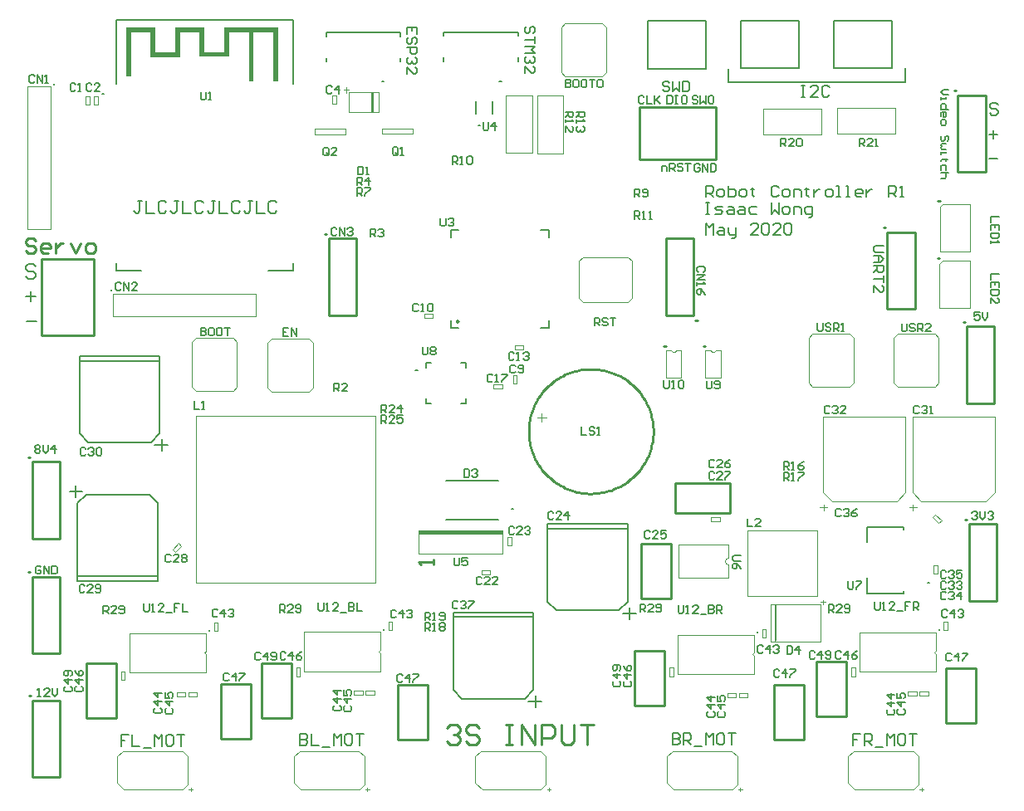
<source format=gto>
G04*
G04 #@! TF.GenerationSoftware,Altium Limited,Altium Designer,18.0.7 (293)*
G04*
G04 Layer_Color=65535*
%FSLAX25Y25*%
%MOIN*%
G70*
G01*
G75*
%ADD10C,0.01000*%
%ADD11C,0.00394*%
%ADD12C,0.01000*%
%ADD13C,0.00787*%
%ADD14C,0.00197*%
%ADD15C,0.00500*%
%ADD16C,0.00700*%
%ADD17C,0.00600*%
%ADD18C,0.00669*%
%ADD19C,0.00800*%
%ADD20C,0.00598*%
%ADD21C,0.00902*%
%ADD22R,0.01000X0.15000*%
%ADD23R,0.33661X0.01500*%
G36*
X171752Y408342D02*
X159901D01*
Y410118D01*
X171752D01*
Y408342D01*
D02*
G37*
G36*
X161909Y398468D02*
Y398378D01*
X150066D01*
Y398494D01*
X150013D01*
Y408150D01*
X152067D01*
Y400276D01*
X159901D01*
Y408150D01*
X161909D01*
Y398468D01*
D02*
G37*
G36*
X152067Y408215D02*
X142224D01*
Y392515D01*
X140169D01*
Y410118D01*
X152067D01*
Y408215D01*
D02*
G37*
G36*
X201279Y408204D02*
Y390550D01*
X199392D01*
Y408204D01*
X191437D01*
Y390556D01*
X189523D01*
Y408204D01*
X181595D01*
Y404424D01*
Y398515D01*
Y398504D01*
X171752D01*
Y398499D01*
X169775D01*
Y398504D01*
X169775D01*
Y400276D01*
X169775D01*
Y408150D01*
X171752D01*
Y400276D01*
X179661D01*
Y404424D01*
X179657D01*
Y410118D01*
X201279D01*
Y408204D01*
D02*
G37*
G36*
X142224Y390533D02*
X140176D01*
Y392402D01*
X142224D01*
Y390533D01*
D02*
G37*
G36*
X201279Y388565D02*
X199385D01*
Y390433D01*
X201279D01*
Y388565D01*
D02*
G37*
G36*
X191437Y388532D02*
X189500D01*
Y390433D01*
X191437D01*
Y388532D01*
D02*
G37*
D10*
X356791Y282382D02*
X356004D01*
X356791D01*
X444980Y329921D02*
X444193D01*
X444980D01*
X473327Y384744D02*
X472539D01*
X473327D01*
X369488Y292717D02*
X368701D01*
X369488D01*
X273657Y292154D02*
X272907Y292586D01*
Y291721D01*
X273657Y292154D01*
X372638Y282382D02*
X371850D01*
X372638D01*
X351811Y248031D02*
X351791Y249032D01*
X351731Y250030D01*
X351631Y251026D01*
X351491Y252016D01*
X351312Y253001D01*
X351094Y253977D01*
X350836Y254944D01*
X350541Y255900D01*
X350207Y256843D01*
X349836Y257772D01*
X349427Y258685D01*
X348983Y259581D01*
X348503Y260459D01*
X347989Y261317D01*
X347440Y262154D01*
X346859Y262968D01*
X346245Y263758D01*
X345600Y264523D01*
X344925Y265262D01*
X344221Y265972D01*
X343490Y266655D01*
X342731Y267307D01*
X341947Y267929D01*
X341139Y268518D01*
X340308Y269075D01*
X339455Y269598D01*
X338582Y270087D01*
X337690Y270540D01*
X336781Y270957D01*
X335856Y271338D01*
X334916Y271681D01*
X333963Y271987D01*
X332999Y272253D01*
X332025Y272482D01*
X331043Y272671D01*
X330053Y272820D01*
X329059Y272930D01*
X328061Y273000D01*
X327061Y273030D01*
X326061Y273020D01*
X325062Y272970D01*
X324065Y272880D01*
X323073Y272750D01*
X322087Y272581D01*
X321109Y272373D01*
X320140Y272125D01*
X319181Y271839D01*
X318234Y271514D01*
X317302Y271152D01*
X316384Y270753D01*
X315484Y270318D01*
X314601Y269847D01*
X313738Y269341D01*
X312896Y268801D01*
X312076Y268228D01*
X311280Y267622D01*
X310508Y266985D01*
X309763Y266317D01*
X309045Y265620D01*
X308356Y264896D01*
X307696Y264144D01*
X307066Y263366D01*
X306469Y262564D01*
X305904Y261738D01*
X305372Y260891D01*
X304874Y260023D01*
X304412Y259135D01*
X303986Y258230D01*
X303596Y257309D01*
X303244Y256373D01*
X302929Y255423D01*
X302652Y254462D01*
X302414Y253490D01*
X302215Y252509D01*
X302056Y251522D01*
X301936Y250529D01*
X301856Y249531D01*
X301816Y248532D01*
X301816Y247531D01*
X301856Y246532D01*
X301936Y245534D01*
X302056Y244541D01*
X302215Y243553D01*
X302414Y242573D01*
X302652Y241601D01*
X302929Y240640D01*
X303244Y239690D01*
X303596Y238754D01*
X303986Y237833D01*
X304412Y236928D01*
X304874Y236040D01*
X305372Y235172D01*
X305904Y234325D01*
X306469Y233499D01*
X307066Y232697D01*
X307696Y231919D01*
X308356Y231167D01*
X309045Y230442D01*
X309763Y229746D01*
X310508Y229078D01*
X311280Y228441D01*
X312076Y227835D01*
X312896Y227262D01*
X313738Y226722D01*
X314601Y226216D01*
X315484Y225745D01*
X316384Y225310D01*
X317302Y224911D01*
X318234Y224549D01*
X319181Y224224D01*
X320140Y223938D01*
X321109Y223691D01*
X322087Y223482D01*
X323073Y223312D01*
X324065Y223183D01*
X325062Y223093D01*
X326061Y223043D01*
X327061Y223033D01*
X328061Y223063D01*
X329059Y223133D01*
X330054Y223243D01*
X331043Y223392D01*
X332025Y223581D01*
X332999Y223810D01*
X333963Y224077D01*
X334916Y224382D01*
X335856Y224725D01*
X336781Y225106D01*
X337690Y225523D01*
X338582Y225976D01*
X339455Y226465D01*
X340308Y226988D01*
X341139Y227545D01*
X341947Y228134D01*
X342731Y228756D01*
X343490Y229408D01*
X344221Y230091D01*
X344925Y230802D01*
X345600Y231540D01*
X346245Y232305D01*
X346859Y233095D01*
X347440Y233909D01*
X347989Y234746D01*
X348503Y235604D01*
X348983Y236482D01*
X349428Y237378D01*
X349836Y238292D01*
X350207Y239221D01*
X350541Y240164D01*
X350836Y241119D01*
X351094Y242086D01*
X351312Y243062D01*
X351491Y244047D01*
X351631Y245037D01*
X351731Y246033D01*
X351791Y247031D01*
X351811Y248031D01*
X220669Y327362D02*
X219882D01*
X220669D01*
X466831Y340453D02*
X466043D01*
X466831D01*
X466732Y317618D02*
X465945D01*
X466732D01*
X101772Y191437D02*
X100984D01*
X101772D01*
X101969Y141732D02*
X101181D01*
X101969D01*
X476968Y292028D02*
X476181D01*
X476968D01*
X477756Y212697D02*
X476968D01*
X477756D01*
X101673Y237697D02*
X100886D01*
X101673D01*
X445768Y298031D02*
Y327953D01*
Y297244D02*
Y298031D01*
Y297244D02*
X456791D01*
Y327953D01*
X445768D02*
X456791D01*
X474114Y352854D02*
Y382776D01*
Y352067D02*
Y352854D01*
Y352067D02*
X485138D01*
Y382776D01*
X474114D02*
X485138D01*
X367913Y294685D02*
Y324606D01*
Y325394D01*
X356890D02*
X367913D01*
X356890Y294685D02*
Y325394D01*
Y294685D02*
X367913D01*
X116382Y286602D02*
X127406D01*
Y317311D01*
X116382D02*
X127406D01*
X106382Y287390D02*
Y317311D01*
Y286602D02*
Y287390D01*
Y286602D02*
X117405D01*
X106382Y317311D02*
X117405D01*
X221457Y295472D02*
Y325394D01*
Y294685D02*
Y295472D01*
Y294685D02*
X232480D01*
Y325394D01*
X221457D02*
X232480D01*
X347008Y378130D02*
X376929D01*
X346220D02*
X347008D01*
X346220Y367106D02*
Y378130D01*
X376929Y367106D02*
Y378130D01*
X346220Y357106D02*
Y368130D01*
Y357106D02*
X376929D01*
Y368130D01*
X102559Y159547D02*
Y189469D01*
Y158760D02*
Y159547D01*
Y158760D02*
X113583D01*
Y189469D01*
X102559D02*
X113583D01*
X102756Y109843D02*
Y139764D01*
Y109055D02*
Y109843D01*
Y109055D02*
X113779D01*
Y139764D01*
X102756D02*
X113779D01*
X477756Y260138D02*
Y290059D01*
Y259350D02*
Y260138D01*
Y259350D02*
X488779D01*
Y290059D01*
X477756D02*
X488779D01*
X478543Y180807D02*
Y210728D01*
Y180020D02*
Y180807D01*
Y180020D02*
X489567D01*
Y210728D01*
X478543D02*
X489567D01*
X354104Y202929D02*
X358854D01*
Y180929D02*
Y202929D01*
X346854Y180929D02*
X358854D01*
X346854D02*
Y202929D01*
X354104D01*
X360457Y222510D02*
Y227260D01*
X382457D01*
Y215260D02*
Y227260D01*
X360457Y215260D02*
X382457D01*
X360457D02*
Y222510D01*
X102461Y205807D02*
Y235728D01*
Y205020D02*
Y205807D01*
Y205020D02*
X113484D01*
Y235728D01*
X102461D02*
X113484D01*
X424478Y155390D02*
X429228D01*
Y133390D02*
Y155390D01*
X417228Y133390D02*
X429228D01*
X417228D02*
Y155390D01*
X424478D01*
X351545Y159770D02*
X356295D01*
Y137770D02*
Y159770D01*
X344295Y137770D02*
X356295D01*
X344295D02*
Y159770D01*
X351545D01*
X201742Y154898D02*
X206492D01*
Y132898D02*
Y154898D01*
X194492Y132898D02*
X206492D01*
X194492D02*
Y154898D01*
X201742D01*
X256368Y146138D02*
X261118D01*
Y124138D02*
Y146138D01*
X249118Y124138D02*
X261118D01*
X249118D02*
Y146138D01*
X256368D01*
X131663Y154898D02*
X136413D01*
Y132898D02*
Y154898D01*
X124413Y132898D02*
X136413D01*
X124413D02*
Y154898D01*
X131663D01*
X185404Y146630D02*
X190154D01*
Y124630D02*
Y146630D01*
X178154Y124630D02*
X190154D01*
X178154D02*
Y146630D01*
X185404D01*
X469295Y152732D02*
X476545D01*
X469295Y130732D02*
Y152732D01*
Y130732D02*
X481295D01*
Y152732D01*
X476545D02*
X481295D01*
X400201Y146236D02*
X407451D01*
X400201Y124236D02*
Y146236D01*
Y124236D02*
X412201D01*
Y146236D01*
X407451D02*
X412201D01*
X103900Y324487D02*
X102901Y325486D01*
X100901D01*
X99902Y324487D01*
Y323487D01*
X100901Y322487D01*
X102901D01*
X103900Y321487D01*
Y320488D01*
X102901Y319488D01*
X100901D01*
X99902Y320488D01*
X108899Y319488D02*
X106899D01*
X105900Y320488D01*
Y322487D01*
X106899Y323487D01*
X108899D01*
X109898Y322487D01*
Y321487D01*
X105900D01*
X111898Y323487D02*
Y319488D01*
Y321487D01*
X112897Y322487D01*
X113897Y323487D01*
X114897D01*
X117896D02*
X119895Y319488D01*
X121895Y323487D01*
X124893Y319488D02*
X126893D01*
X127892Y320488D01*
Y322487D01*
X126893Y323487D01*
X124893D01*
X123894Y322487D01*
Y320488D01*
X124893Y319488D01*
X263642Y194557D02*
Y196557D01*
Y195557D01*
X257644D01*
X258643Y194557D01*
D11*
X359104Y280709D02*
X359572Y279899D01*
X360507D01*
X360974Y280709D01*
X392323Y159104D02*
X391683Y158465D01*
X392323Y157825D01*
X242421Y160187D02*
X241781Y159547D01*
X242421Y158907D01*
X172244Y159695D02*
X171604Y159055D01*
X172244Y158415D01*
X465256Y159990D02*
X464616Y159350D01*
X465256Y158711D01*
X374951Y280709D02*
X375418Y279899D01*
X376353D01*
X376821Y280709D01*
X381909Y197116D02*
X381026Y196750D01*
X380660Y195866D01*
X381026Y194982D01*
X381909Y194616D01*
X213583Y263878D02*
X215158Y265453D01*
X197047D02*
X198622Y263878D01*
X213583D01*
X197047Y283563D02*
X198622Y285138D01*
X197047Y283563D02*
X197047Y265453D01*
X198622Y285138D02*
X213583D01*
X215158Y283563D01*
Y265453D02*
Y283563D01*
X360974Y280709D02*
X363091D01*
Y269488D02*
Y280709D01*
X356791Y269488D02*
Y280709D01*
Y269488D02*
X363091D01*
X356791Y280709D02*
X359104D01*
X392323Y159104D02*
Y166382D01*
Y150582D02*
Y157825D01*
X361614Y150582D02*
X392323D01*
X361614D02*
Y166382D01*
X392323D01*
X242421Y160187D02*
Y167465D01*
Y151665D02*
Y158907D01*
X211713Y151665D02*
X242421D01*
X211713D02*
Y167465D01*
X242421D01*
X172244Y159695D02*
Y166972D01*
Y151172D02*
Y158415D01*
X141535Y151172D02*
X172244D01*
X141535D02*
Y166972D01*
X172244D01*
X465256Y159990D02*
Y167268D01*
Y151468D02*
Y158711D01*
X434547Y151468D02*
X465256D01*
X434547D02*
Y167268D01*
X465256D01*
X396039Y372441D02*
X396039Y367241D01*
X419118D01*
Y377641D01*
X396039D02*
X419118D01*
X396039Y372441D02*
X396039Y377641D01*
X448856Y377838D02*
X448856Y372638D01*
X425778Y377838D02*
X448856D01*
X425778Y367438D02*
Y377838D01*
Y367438D02*
X448856D01*
X448856Y372638D01*
X238632Y376316D02*
Y384053D01*
X238931Y376316D02*
Y384053D01*
X239231Y376416D02*
Y384154D01*
X229631Y376279D02*
Y382584D01*
Y376279D02*
X241732D01*
Y384154D01*
X229631D02*
X241732D01*
X229631Y382584D02*
Y384154D01*
X228631Y384016D02*
Y386216D01*
X227532Y385117D02*
X229731D01*
X372638Y280709D02*
X374951D01*
X372638Y269488D02*
X378937D01*
X372638D02*
Y280709D01*
X378937Y269488D02*
Y280709D01*
X376821D02*
X378937D01*
X307111Y251932D02*
Y255331D01*
Y253631D02*
Y255331D01*
X305411Y253631D02*
X308811D01*
X242974Y367459D02*
Y369559D01*
X255274D01*
Y367459D02*
Y369559D01*
X242974Y367459D02*
X255274D01*
X216104Y367361D02*
Y369461D01*
X228404D01*
Y367361D02*
Y369461D01*
X216104Y367361D02*
X228404D01*
X448327Y267421D02*
Y285531D01*
Y267421D02*
X449902Y265846D01*
X464862D01*
X466437Y267421D02*
Y285531D01*
X464862Y265846D02*
X466437Y267421D01*
X449902Y287106D02*
X464862D01*
X466437Y285531D01*
X448327Y285531D02*
X449902Y287106D01*
X414173Y267421D02*
Y285531D01*
Y267421D02*
X415748Y265846D01*
X430709D01*
X432283Y267421D02*
Y285531D01*
X430709Y265846D02*
X432283Y267421D01*
X415748Y287106D02*
X430709D01*
X432283Y285531D01*
X414173Y285531D02*
X415748Y287106D01*
X466831Y320374D02*
Y338091D01*
X468012Y339272D01*
X479035D01*
X466831Y320374D02*
X479035D01*
Y339272D01*
X466732Y297539D02*
Y315256D01*
X467913Y316437D01*
X478937D01*
X466732Y297539D02*
X478937D01*
Y316437D01*
X332972Y392126D02*
Y410236D01*
X331398Y411811D02*
X332972Y410236D01*
X316437Y411811D02*
X331398D01*
X314862Y392126D02*
Y410236D01*
X316437Y411811D01*
Y390551D02*
X331398D01*
X314862Y392126D02*
X316437Y390551D01*
X331398D02*
X332972Y392126D01*
X323622Y318012D02*
X341732D01*
X322047Y316437D02*
X323622Y318012D01*
X322047Y301476D02*
X322047Y316437D01*
X323622Y299902D02*
X341732D01*
X322047Y301476D02*
X323622Y299902D01*
X343307Y301476D02*
Y316437D01*
X341732Y299902D02*
X343307Y301476D01*
X341732Y318012D02*
X343307Y316437D01*
X305233Y382799D02*
X310433Y382799D01*
X305233Y359720D02*
Y382799D01*
Y359720D02*
X315633D01*
Y382799D01*
X310433Y382799D02*
X315633Y382799D01*
X297933Y359917D02*
X303133D01*
Y382996D01*
X292733D02*
X303133D01*
X292733Y359917D02*
Y382996D01*
Y359917D02*
X297933D01*
X166634Y265846D02*
Y283957D01*
Y265846D02*
X168209Y264272D01*
X183169D01*
X184744Y265846D02*
Y283957D01*
X183169Y264272D02*
X184744Y265846D01*
X168209Y285531D02*
X183169D01*
X184744Y283957D01*
X166634Y283957D02*
X168209Y285531D01*
X100715Y386397D02*
X109915D01*
X100715Y329097D02*
Y386397D01*
Y329097D02*
X109915D01*
Y386397D01*
X134863Y294121D02*
Y303321D01*
Y294121D02*
X192163D01*
Y303321D01*
X134863D02*
X192163D01*
X454641Y217409D02*
X457541D01*
X456041Y216109D02*
Y218609D01*
X472142Y219910D02*
X485441D01*
X488941Y223410D01*
Y253909D01*
X459441Y219910D02*
X472142D01*
X455941Y223410D02*
X459441Y219910D01*
X455941Y223410D02*
Y253909D01*
X488941D01*
X418716Y217508D02*
X421616D01*
X420116Y218708D02*
X420116Y216208D01*
X436216Y220008D02*
X449516D01*
X453016Y223508D01*
Y254008D01*
X423516Y220008D02*
X436216D01*
X420016Y223508D02*
X423516Y220008D01*
X420016Y223508D02*
Y254008D01*
X453016D01*
X400457Y163563D02*
Y178563D01*
X399077Y171063D02*
Y178563D01*
X418837D01*
Y163563D02*
Y178563D01*
X399077Y163563D02*
X418837D01*
X399077D02*
Y171063D01*
X419057Y179463D02*
X420957D01*
X420057Y178463D02*
Y180363D01*
X389542Y181874D02*
Y197860D01*
Y181874D02*
X417742D01*
Y208374D01*
X389542D02*
X417742D01*
X389542Y197860D02*
Y208374D01*
X361910Y202496D02*
X381909Y202496D01*
X361910Y189196D02*
Y202496D01*
Y189196D02*
X381909Y189196D01*
X381909Y194616D01*
X381909Y202496D02*
X381909Y197116D01*
X291437Y206757D02*
X291442D01*
X257876D02*
X291442D01*
X257776Y206857D02*
X257876Y206757D01*
X257776Y198758D02*
X291437Y198758D01*
X291437Y208358D01*
X257776D02*
X291437D01*
X257776Y198758D02*
Y208358D01*
X306744Y104205D02*
X308744Y106205D01*
X306544Y119705D02*
X308744Y117505D01*
X308744Y106205D01*
X282744Y119705D02*
X306544D01*
X280444Y117405D02*
X282744Y119705D01*
X280444Y113810D02*
Y117405D01*
X283144Y104205D02*
X306744D01*
X280444Y106905D02*
X283144Y104205D01*
X280444Y106905D02*
Y113810D01*
X309144Y104205D02*
X310744Y104205D01*
X309944Y103505D02*
Y104905D01*
X456350Y104205D02*
X458350Y106205D01*
X456150Y119705D02*
X458350Y117505D01*
Y106205D02*
Y117505D01*
X432350Y119705D02*
X456150D01*
X430050Y117405D02*
X432350Y119705D01*
X430050Y113810D02*
Y117405D01*
X432750Y104205D02*
X456350D01*
X430050Y106905D02*
X432750Y104205D01*
X430050Y106905D02*
Y113810D01*
X458750Y104205D02*
X460350Y104205D01*
X459550Y103505D02*
Y104905D01*
X383516Y104205D02*
X385516Y106205D01*
X383316Y119705D02*
X385516Y117505D01*
Y106205D02*
Y117505D01*
X359516Y119705D02*
X383316D01*
X357216Y117405D02*
X359516Y119705D01*
X357216Y113810D02*
Y117405D01*
X359916Y104205D02*
X383516D01*
X357216Y106905D02*
X359916Y104205D01*
X357216Y106905D02*
Y113810D01*
X385916Y104205D02*
X387516Y104205D01*
X386716Y103505D02*
Y104905D01*
X233910Y104205D02*
X235910Y106205D01*
X233710Y119705D02*
X235910Y117505D01*
Y106205D02*
Y117505D01*
X209910Y119705D02*
X233710D01*
X207610Y117405D02*
X209910Y119705D01*
X207610Y113810D02*
Y117405D01*
X210310Y104205D02*
X233910D01*
X207610Y106905D02*
X210310Y104205D01*
X207610Y106905D02*
Y113810D01*
X236310Y104205D02*
X237910Y104205D01*
X237109Y103505D02*
Y104905D01*
X163043Y104205D02*
X165043Y106205D01*
X162843Y119705D02*
X165043Y117505D01*
Y106205D02*
Y117505D01*
X139043Y119705D02*
X162843D01*
X136743Y117405D02*
X139043Y119705D01*
X136743Y113810D02*
Y117405D01*
X139443Y104205D02*
X163043D01*
X136743Y106905D02*
X139443Y104205D01*
X136743Y106905D02*
Y113810D01*
X165443Y104205D02*
X167043Y104205D01*
X166243Y103505D02*
Y104905D01*
X240429Y254177D02*
X240429Y187177D01*
X168429D02*
X240429D01*
X168429D02*
X168429Y254177D01*
X202114D01*
X240429D01*
D12*
X393667Y167182D02*
D03*
X243765Y168265D02*
D03*
X173588Y167772D02*
D03*
X466600Y168068D02*
D03*
X111239Y387097D02*
D03*
X134387Y304420D02*
D03*
D13*
X131339Y383643D02*
X130551D01*
X131339D01*
X257185Y272539D02*
X256398D01*
X257185D01*
X282382Y370965D02*
X281594D01*
X282382D01*
X290846Y388681D02*
X290059D01*
X290846D01*
X243701Y388583D02*
X242913D01*
X243701D01*
X462591Y187146D02*
X461803D01*
X462591D01*
X295744Y216949D02*
X294957D01*
X295744D01*
X386843Y393799D02*
Y412999D01*
X410143D01*
Y393799D02*
Y412999D01*
X386843Y393799D02*
X410143D01*
X349655Y393598D02*
Y412798D01*
X372955D01*
Y393598D02*
Y412798D01*
X349655Y393598D02*
X372955D01*
X121457Y276279D02*
X153740Y276279D01*
X154528Y240059D02*
Y244783D01*
X151772Y242421D02*
X156890D01*
X125000Y243602D02*
X150197D01*
X121457Y247146D02*
X125000Y243602D01*
X121457Y278248D02*
X153740Y278248D01*
Y247146D02*
Y278248D01*
X150197Y243602D02*
X153740Y247146D01*
X121457Y247146D02*
Y278248D01*
X120768Y189961D02*
X153051Y189961D01*
X119980Y221457D02*
Y226181D01*
X117618Y223819D02*
X122736Y223819D01*
X124311Y222638D02*
X149508D01*
X153051Y219094D01*
X120768Y187992D02*
X153051Y187992D01*
X120768Y187992D02*
Y219094D01*
X124311Y222638D01*
X153051Y187992D02*
Y219094D01*
X309350Y208760D02*
X341634Y208760D01*
X342421Y172539D02*
Y177264D01*
X339665Y174902D02*
X344783D01*
X312894Y176083D02*
X338091D01*
X309350Y179626D02*
X312894Y176083D01*
X309350Y210728D02*
X341634Y210728D01*
Y179626D02*
Y210728D01*
X338091Y176083D02*
X341634Y179626D01*
X309350Y179626D02*
Y210728D01*
X271457Y173398D02*
X303740Y173398D01*
X304528Y137177D02*
Y141902D01*
X301772Y139539D02*
X306890D01*
X275000Y140720D02*
X300197D01*
X271457Y144264D02*
X275000Y140720D01*
X271457Y175366D02*
X303740Y175366D01*
Y144264D02*
Y175366D01*
X300197Y140720D02*
X303740Y144264D01*
X271457Y144264D02*
Y175366D01*
X424442Y393799D02*
X447742D01*
Y412999D01*
X424442Y412999D02*
X447742Y412999D01*
X424442Y393799D02*
Y412999D01*
D14*
X259816Y293491D02*
Y295091D01*
Y293491D02*
X263216D01*
Y295091D01*
X259816D02*
X263216D01*
X224619Y379501D02*
Y382901D01*
X223019Y379501D02*
X224619D01*
X223019D02*
Y382901D01*
X224619D01*
X287769Y266942D02*
X291168D01*
Y265342D02*
Y266942D01*
X287769Y265342D02*
X291168D01*
X287769D02*
Y266942D01*
X295460Y267198D02*
Y270598D01*
X297060D01*
Y267198D02*
Y270598D01*
X295460Y267198D02*
X297060D01*
X296135Y282395D02*
X299535D01*
Y280795D02*
Y282395D01*
X296135Y280795D02*
X299535D01*
X296135D02*
Y282395D01*
X128851Y379107D02*
Y382507D01*
X127251Y379107D02*
X128851D01*
X127251D02*
Y382507D01*
X128851D01*
X125603Y379107D02*
Y382507D01*
X124003Y379107D02*
X125603D01*
X124003D02*
Y382507D01*
X125603D01*
X463944Y213566D02*
X466349Y211162D01*
X463944Y213566D02*
X465076Y214697D01*
X467480Y212293D01*
X466349Y211162D02*
X467480Y212293D01*
X464358Y190721D02*
Y194121D01*
X465957D01*
Y190721D02*
Y194121D01*
X464358Y190721D02*
X465957D01*
X375072Y213595D02*
X378472D01*
Y211995D02*
Y213595D01*
X375072Y211995D02*
X378472D01*
X375072D02*
Y213595D01*
X294796Y202139D02*
Y205539D01*
X293196Y202139D02*
X294796D01*
X293196D02*
Y205539D01*
X294796D01*
X158800Y200679D02*
X161204Y203083D01*
X162335Y201952D01*
X159931Y199548D02*
X162335Y201952D01*
X158800Y200679D02*
X159931Y199548D01*
X283044Y192237D02*
X286444D01*
Y190637D02*
Y192237D01*
X283044Y190637D02*
X286444D01*
X283044D02*
Y192237D01*
X458733Y141917D02*
X462133D01*
X458733D02*
Y143517D01*
X462133D01*
Y141917D02*
Y143517D01*
X454107Y141917D02*
X457507D01*
X454107D02*
Y143517D01*
X457507D01*
Y141917D02*
Y143517D01*
X469895Y168084D02*
Y171484D01*
X468294Y168084D02*
X469895D01*
X468294D02*
Y171484D01*
X469895D01*
X432887Y149678D02*
Y153078D01*
X431287Y149678D02*
X432887D01*
X431287D02*
Y153078D01*
X432887D01*
X397060Y165229D02*
Y168629D01*
X395460Y165229D02*
X397060D01*
X395460D02*
Y168629D01*
X397060D01*
X210052Y149678D02*
Y153078D01*
X208452Y149678D02*
X210052D01*
X208452D02*
Y153078D01*
X210052D01*
X138176Y151700D02*
X139776D01*
X138176Y148300D02*
Y151700D01*
Y148300D02*
X139776D01*
Y151700D01*
X359953Y149678D02*
Y153078D01*
X358353Y149678D02*
X359953D01*
X358353D02*
Y153078D01*
X359953D01*
X386194Y141129D02*
X389594D01*
X386194D02*
Y142729D01*
X389594D01*
Y141129D02*
Y142729D01*
X381568Y141129D02*
X384968D01*
X381568D02*
Y142729D01*
X384968D01*
Y141129D02*
Y142729D01*
X247060Y168182D02*
Y171582D01*
X245460Y168182D02*
X247060D01*
X245460D02*
Y171582D01*
X247060D01*
X236391Y142212D02*
X239791D01*
X236391D02*
Y143812D01*
X239791D01*
Y142212D02*
Y143812D01*
X231765Y142212D02*
X235165D01*
X231765D02*
Y143812D01*
X235165D01*
Y142212D02*
Y143812D01*
X177079Y167887D02*
Y171287D01*
X175479Y167887D02*
X177079D01*
X175479D02*
Y171287D01*
X177079D01*
X165328Y141621D02*
X168728D01*
X165328D02*
Y143221D01*
X168728D01*
Y141621D02*
Y143221D01*
X164003Y141621D02*
Y143221D01*
X160603D02*
X164003D01*
X160603Y141621D02*
Y143221D01*
Y141621D02*
X164003D01*
D15*
X207185Y387480D02*
Y413071D01*
X136319D02*
X207185D01*
X136319Y387480D02*
Y413071D01*
X207185Y312677D02*
Y315630D01*
X197343Y312677D02*
X207185D01*
X136319D02*
X146161D01*
X136319D02*
Y315630D01*
X260531Y275492D02*
X262461D01*
X260531Y273563D02*
Y275492D01*
X274744Y259350D02*
X276673D01*
Y261280D01*
X260531Y259350D02*
Y261280D01*
Y259350D02*
X262461D01*
X276673Y273563D02*
Y275492D01*
X274744D02*
X276673D01*
X287323Y375492D02*
Y380610D01*
X280591Y375492D02*
Y380610D01*
X267618Y408169D02*
X297539D01*
Y396555D02*
Y398130D01*
X267618Y396555D02*
Y398130D01*
X297539Y406791D02*
Y407972D01*
X267618Y406791D02*
Y407972D01*
X220472Y408071D02*
X250394D01*
Y396457D02*
Y398031D01*
X220472Y396457D02*
Y398031D01*
X250394Y406693D02*
Y407874D01*
X220472Y406693D02*
Y407874D01*
X437657Y182933D02*
X452303D01*
X437657Y209390D02*
X452303D01*
Y182933D02*
Y183957D01*
Y208405D02*
Y209390D01*
X437657Y203524D02*
Y209390D01*
Y182933D02*
Y189232D01*
X268638Y228307D02*
X289779D01*
X268638Y212677D02*
X289779D01*
D16*
X381890Y388484D02*
X381988Y388386D01*
X453051D01*
Y393898D01*
X381890Y388484D02*
Y393701D01*
X486614Y357617D02*
X489946D01*
X486614Y367263D02*
X489946D01*
X488280Y368929D02*
Y365597D01*
X490143Y379165D02*
X489310Y379998D01*
X487644D01*
X486811Y379165D01*
Y378332D01*
X487644Y377499D01*
X489310D01*
X490143Y376666D01*
Y375833D01*
X489310Y375000D01*
X487644D01*
X486811Y375833D01*
D17*
X270458Y289454D02*
Y292553D01*
Y328854D02*
X273557D01*
X309858Y325753D02*
Y328854D01*
Y289454D02*
Y292553D01*
X306757Y328854D02*
X309858D01*
X270458Y325753D02*
Y328854D01*
Y289454D02*
X273557D01*
X306757D02*
X309858D01*
X372942Y342177D02*
Y346676D01*
X375192D01*
X375942Y345926D01*
Y344426D01*
X375192Y343677D01*
X372942D01*
X374442D02*
X375942Y342177D01*
X378191D02*
X379690D01*
X380440Y342927D01*
Y344426D01*
X379690Y345176D01*
X378191D01*
X377441Y344426D01*
Y342927D01*
X378191Y342177D01*
X381940Y346676D02*
Y342177D01*
X384189D01*
X384939Y342927D01*
Y343677D01*
Y344426D01*
X384189Y345176D01*
X381940D01*
X387188Y342177D02*
X388687D01*
X389437Y342927D01*
Y344426D01*
X388687Y345176D01*
X387188D01*
X386438Y344426D01*
Y342927D01*
X387188Y342177D01*
X391687Y345926D02*
Y345176D01*
X390937D01*
X392436D01*
X391687D01*
Y342927D01*
X392436Y342177D01*
X402183Y345926D02*
X401433Y346676D01*
X399934D01*
X399184Y345926D01*
Y342927D01*
X399934Y342177D01*
X401433D01*
X402183Y342927D01*
X404432Y342177D02*
X405932D01*
X406682Y342927D01*
Y344426D01*
X405932Y345176D01*
X404432D01*
X403683Y344426D01*
Y342927D01*
X404432Y342177D01*
X408181D02*
Y345176D01*
X410430D01*
X411180Y344426D01*
Y342177D01*
X413429Y345926D02*
Y345176D01*
X412680D01*
X414179D01*
X413429D01*
Y342927D01*
X414179Y342177D01*
X416429Y345176D02*
Y342177D01*
Y343677D01*
X417178Y344426D01*
X417928Y345176D01*
X418678D01*
X421677Y342177D02*
X423176D01*
X423926Y342927D01*
Y344426D01*
X423176Y345176D01*
X421677D01*
X420927Y344426D01*
Y342927D01*
X421677Y342177D01*
X425426D02*
X426925D01*
X426175D01*
Y346676D01*
X425426D01*
X429174Y342177D02*
X430674D01*
X429924D01*
Y346676D01*
X429174D01*
X435173Y342177D02*
X433673D01*
X432923Y342927D01*
Y344426D01*
X433673Y345176D01*
X435173D01*
X435922Y344426D01*
Y343677D01*
X432923D01*
X437422Y345176D02*
Y342177D01*
Y343677D01*
X438171Y344426D01*
X438921Y345176D01*
X439671D01*
X446419Y342177D02*
Y346676D01*
X448668D01*
X449418Y345926D01*
Y344426D01*
X448668Y343677D01*
X446419D01*
X447918D02*
X449418Y342177D01*
X450917D02*
X452417D01*
X451667D01*
Y346676D01*
X450917Y345926D01*
X372942Y339837D02*
X374442D01*
X373692D01*
Y335339D01*
X372942D01*
X374442D01*
X376691D02*
X378941D01*
X379690Y336089D01*
X378941Y336838D01*
X377441D01*
X376691Y337588D01*
X377441Y338338D01*
X379690D01*
X381940D02*
X383439D01*
X384189Y337588D01*
Y335339D01*
X381940D01*
X381190Y336089D01*
X381940Y336838D01*
X384189D01*
X386438Y338338D02*
X387938D01*
X388687Y337588D01*
Y335339D01*
X386438D01*
X385688Y336089D01*
X386438Y336838D01*
X388687D01*
X393186Y338338D02*
X390937D01*
X390187Y337588D01*
Y336089D01*
X390937Y335339D01*
X393186D01*
X399184Y339837D02*
Y335339D01*
X400684Y336838D01*
X402183Y335339D01*
Y339837D01*
X404432Y335339D02*
X405932D01*
X406682Y336089D01*
Y337588D01*
X405932Y338338D01*
X404432D01*
X403683Y337588D01*
Y336089D01*
X404432Y335339D01*
X408181D02*
Y338338D01*
X410430D01*
X411180Y337588D01*
Y335339D01*
X414179Y333839D02*
X414929D01*
X415679Y334589D01*
Y338338D01*
X413429D01*
X412680Y337588D01*
Y336089D01*
X413429Y335339D01*
X415679D01*
X372942Y327001D02*
Y331500D01*
X374442Y330000D01*
X375942Y331500D01*
Y327001D01*
X378191Y330000D02*
X379690D01*
X380440Y329250D01*
Y327001D01*
X378191D01*
X377441Y327751D01*
X378191Y328501D01*
X380440D01*
X381940Y330000D02*
Y327751D01*
X382689Y327001D01*
X384939D01*
Y326251D01*
X384189Y325502D01*
X383439D01*
X384939Y327001D02*
Y330000D01*
X393936Y327001D02*
X390937D01*
X393936Y330000D01*
Y330750D01*
X393186Y331500D01*
X391687D01*
X390937Y330750D01*
X395435D02*
X396185Y331500D01*
X397685D01*
X398434Y330750D01*
Y327751D01*
X397685Y327001D01*
X396185D01*
X395435Y327751D01*
Y330750D01*
X402933Y327001D02*
X399934D01*
X402933Y330000D01*
Y330750D01*
X402183Y331500D01*
X400684D01*
X399934Y330750D01*
X404432D02*
X405182Y331500D01*
X406682D01*
X407431Y330750D01*
Y327751D01*
X406682Y327001D01*
X405182D01*
X404432Y327751D01*
Y330750D01*
X411221Y386880D02*
X412720D01*
X411970D01*
Y382382D01*
X411221D01*
X412720D01*
X417968D02*
X414969D01*
X417968Y385381D01*
Y386131D01*
X417218Y386880D01*
X415719D01*
X414969Y386131D01*
X422467D02*
X421717Y386880D01*
X420218D01*
X419468Y386131D01*
Y383132D01*
X420218Y382382D01*
X421717D01*
X422467Y383132D01*
X370538Y355028D02*
X370005Y355561D01*
X368939D01*
X368406Y355028D01*
Y352895D01*
X368939Y352362D01*
X370005D01*
X370538Y352895D01*
Y353962D01*
X369472D01*
X371604Y352362D02*
Y355561D01*
X373737Y352362D01*
Y355561D01*
X374803D02*
Y352362D01*
X376403D01*
X376936Y352895D01*
Y355028D01*
X376403Y355561D01*
X374803D01*
X357382Y382727D02*
Y379528D01*
X358981D01*
X359514Y380061D01*
Y382193D01*
X358981Y382727D01*
X357382D01*
X360581D02*
X361647D01*
X361114D01*
Y379528D01*
X360581D01*
X361647D01*
X364846Y382727D02*
X363780D01*
X363247Y382193D01*
Y380061D01*
X363780Y379528D01*
X364846D01*
X365379Y380061D01*
Y382193D01*
X364846Y382727D01*
X355118Y352461D02*
Y354593D01*
X356718D01*
X357251Y354060D01*
Y352461D01*
X358317D02*
Y355660D01*
X359917D01*
X360450Y355126D01*
Y354060D01*
X359917Y353527D01*
X358317D01*
X359383D02*
X360450Y352461D01*
X363649Y355126D02*
X363116Y355660D01*
X362049D01*
X361516Y355126D01*
Y354593D01*
X362049Y354060D01*
X363116D01*
X363649Y353527D01*
Y352994D01*
X363116Y352461D01*
X362049D01*
X361516Y352994D01*
X364715Y355660D02*
X366848D01*
X365781D01*
Y352461D01*
X369652Y382193D02*
X369119Y382727D01*
X368053D01*
X367520Y382193D01*
Y381660D01*
X368053Y381127D01*
X369119D01*
X369652Y380594D01*
Y380061D01*
X369119Y379528D01*
X368053D01*
X367520Y380061D01*
X370719Y382727D02*
Y379528D01*
X371785Y380594D01*
X372851Y379528D01*
Y382727D01*
X375517D02*
X374451D01*
X373918Y382193D01*
Y380061D01*
X374451Y379528D01*
X375517D01*
X376050Y380061D01*
Y382193D01*
X375517Y382727D01*
X348097Y382292D02*
X347564Y382825D01*
X346498D01*
X345965Y382292D01*
Y380159D01*
X346498Y379626D01*
X347564D01*
X348097Y380159D01*
X349164Y382825D02*
Y379626D01*
X351296D01*
X352362Y382825D02*
Y379626D01*
Y380692D01*
X354495Y382825D01*
X352896Y381225D01*
X354495Y379626D01*
X233268Y354282D02*
Y351083D01*
X234867D01*
X235400Y351616D01*
Y353748D01*
X234867Y354282D01*
X233268D01*
X236467Y351083D02*
X237533D01*
X237000D01*
Y354282D01*
X236467Y353748D01*
X359449Y126743D02*
Y122244D01*
X361698D01*
X362448Y122994D01*
Y123744D01*
X361698Y124493D01*
X359449D01*
X361698D01*
X362448Y125243D01*
Y125993D01*
X361698Y126743D01*
X359449D01*
X363947Y122244D02*
Y126743D01*
X366197D01*
X366946Y125993D01*
Y124493D01*
X366197Y123744D01*
X363947D01*
X365447D02*
X366946Y122244D01*
X368446Y121494D02*
X371445D01*
X372944Y122244D02*
Y126743D01*
X374444Y125243D01*
X375943Y126743D01*
Y122244D01*
X379692Y126743D02*
X378193D01*
X377443Y125993D01*
Y122994D01*
X378193Y122244D01*
X379692D01*
X380442Y122994D01*
Y125993D01*
X379692Y126743D01*
X381942D02*
X384941D01*
X383441D01*
Y122244D01*
X210039Y126546D02*
Y122047D01*
X212289D01*
X213038Y122797D01*
Y123547D01*
X212289Y124296D01*
X210039D01*
X212289D01*
X213038Y125046D01*
Y125796D01*
X212289Y126546D01*
X210039D01*
X214538D02*
Y122047D01*
X217537D01*
X219037Y121298D02*
X222036D01*
X223535Y122047D02*
Y126546D01*
X225034Y125046D01*
X226534Y126546D01*
Y122047D01*
X230283Y126546D02*
X228783D01*
X228034Y125796D01*
Y122797D01*
X228783Y122047D01*
X230283D01*
X231033Y122797D01*
Y125796D01*
X230283Y126546D01*
X232532D02*
X235531D01*
X234032D01*
Y122047D01*
X435086Y126546D02*
X432087D01*
Y124296D01*
X433586D01*
X432087D01*
Y122047D01*
X436585D02*
Y126546D01*
X438834D01*
X439584Y125796D01*
Y124296D01*
X438834Y123547D01*
X436585D01*
X438085D02*
X439584Y122047D01*
X441084Y121298D02*
X444083D01*
X445582Y122047D02*
Y126546D01*
X447082Y125046D01*
X448581Y126546D01*
Y122047D01*
X452330Y126546D02*
X450831D01*
X450081Y125796D01*
Y122797D01*
X450831Y122047D01*
X452330D01*
X453080Y122797D01*
Y125796D01*
X452330Y126546D01*
X454579D02*
X457578D01*
X456079D01*
Y122047D01*
X141188Y126152D02*
X138189D01*
Y123903D01*
X139689D01*
X138189D01*
Y121653D01*
X142687Y126152D02*
Y121653D01*
X145687D01*
X147186Y120904D02*
X150185D01*
X151685Y121653D02*
Y126152D01*
X153184Y124653D01*
X154684Y126152D01*
Y121653D01*
X158432Y126152D02*
X156933D01*
X156183Y125402D01*
Y122403D01*
X156933Y121653D01*
X158432D01*
X159182Y122403D01*
Y125402D01*
X158432Y126152D01*
X160682D02*
X163681D01*
X162181D01*
Y121653D01*
D18*
X146587Y340550D02*
X144947D01*
X145767D01*
Y336450D01*
X144947Y335630D01*
X144127D01*
X143307Y336450D01*
X148227Y340550D02*
Y335630D01*
X151506D01*
X156426Y339730D02*
X155606Y340550D01*
X153966D01*
X153146Y339730D01*
Y336450D01*
X153966Y335630D01*
X155606D01*
X156426Y336450D01*
X161346Y340550D02*
X159706D01*
X160526D01*
Y336450D01*
X159706Y335630D01*
X158886D01*
X158066Y336450D01*
X162986Y340550D02*
Y335630D01*
X166266D01*
X171185Y339730D02*
X170365Y340550D01*
X168725D01*
X167905Y339730D01*
Y336450D01*
X168725Y335630D01*
X170365D01*
X171185Y336450D01*
X176105Y340550D02*
X174465D01*
X175285D01*
Y336450D01*
X174465Y335630D01*
X173645D01*
X172825Y336450D01*
X177745Y340550D02*
Y335630D01*
X181025D01*
X185944Y339730D02*
X185124Y340550D01*
X183484D01*
X182665Y339730D01*
Y336450D01*
X183484Y335630D01*
X185124D01*
X185944Y336450D01*
X190864Y340550D02*
X189224D01*
X190044D01*
Y336450D01*
X189224Y335630D01*
X188404D01*
X187584Y336450D01*
X192504Y340550D02*
Y335630D01*
X195784D01*
X200703Y339730D02*
X199883Y340550D01*
X198243D01*
X197424Y339730D01*
Y336450D01*
X198243Y335630D01*
X199883D01*
X200703Y336450D01*
D19*
X100197Y292172D02*
X104196D01*
X100098Y302212D02*
X104097D01*
X102098Y304211D02*
Y300212D01*
X104097Y314250D02*
X103097Y315250D01*
X101098D01*
X100098Y314250D01*
Y313251D01*
X101098Y312251D01*
X103097D01*
X104097Y311251D01*
Y310252D01*
X103097Y309252D01*
X101098D01*
X100098Y310252D01*
D20*
X205381Y289420D02*
X203248D01*
Y286221D01*
X205381D01*
X203248Y287820D02*
X204315D01*
X206448Y286221D02*
Y289420D01*
X208581Y286221D01*
Y289420D01*
X356102Y268456D02*
Y265789D01*
X356636Y265256D01*
X357702D01*
X358236Y265789D01*
Y268456D01*
X359302Y265256D02*
X360369D01*
X359835D01*
Y268456D01*
X359302Y267922D01*
X361969D02*
X362502Y268456D01*
X363568D01*
X364102Y267922D01*
Y265789D01*
X363568Y265256D01*
X362502D01*
X361969Y265789D01*
Y267922D01*
X440650Y179479D02*
Y176813D01*
X441183Y176279D01*
X442249D01*
X442783Y176813D01*
Y179479D01*
X443849Y176279D02*
X444916D01*
X444383D01*
Y179479D01*
X443849Y178946D01*
X448649Y176279D02*
X446516D01*
X448649Y178413D01*
Y178946D01*
X448116Y179479D01*
X447049D01*
X446516Y178946D01*
X449716Y175746D02*
X451849D01*
X455049Y179479D02*
X452915D01*
Y177879D01*
X453982D01*
X452915D01*
Y176279D01*
X456115D02*
Y179479D01*
X457715D01*
X458248Y178946D01*
Y177879D01*
X457715Y177346D01*
X456115D01*
X457182D02*
X458248Y176279D01*
X147343Y178889D02*
Y176222D01*
X147876Y175689D01*
X148942D01*
X149476Y176222D01*
Y178889D01*
X150542Y175689D02*
X151609D01*
X151076D01*
Y178889D01*
X150542Y178355D01*
X155342Y175689D02*
X153209D01*
X155342Y177822D01*
Y178355D01*
X154809Y178889D01*
X153742D01*
X153209Y178355D01*
X156409Y175156D02*
X158542D01*
X161741Y178889D02*
X159608D01*
Y177289D01*
X160675D01*
X159608D01*
Y175689D01*
X162808Y178889D02*
Y175689D01*
X164941D01*
X361811Y178200D02*
Y175533D01*
X362344Y175000D01*
X363411D01*
X363944Y175533D01*
Y178200D01*
X365011Y175000D02*
X366077D01*
X365544D01*
Y178200D01*
X365011Y177666D01*
X369810Y175000D02*
X367677D01*
X369810Y177133D01*
Y177666D01*
X369277Y178200D01*
X368211D01*
X367677Y177666D01*
X370877Y174467D02*
X373010D01*
X374077Y178200D02*
Y175000D01*
X375677D01*
X376210Y175533D01*
Y176067D01*
X375677Y176600D01*
X374077D01*
X375677D01*
X376210Y177133D01*
Y177666D01*
X375677Y178200D01*
X374077D01*
X377276Y175000D02*
Y178200D01*
X378876D01*
X379410Y177666D01*
Y176600D01*
X378876Y176067D01*
X377276D01*
X378343D02*
X379410Y175000D01*
X217323Y179086D02*
Y176419D01*
X217856Y175886D01*
X218923D01*
X219456Y176419D01*
Y179086D01*
X220523Y175886D02*
X221589D01*
X221056D01*
Y179086D01*
X220523Y178552D01*
X225322Y175886D02*
X223189D01*
X225322Y178019D01*
Y178552D01*
X224789Y179086D01*
X223722D01*
X223189Y178552D01*
X226389Y175353D02*
X228522D01*
X229589Y179086D02*
Y175886D01*
X231189D01*
X231722Y176419D01*
Y176952D01*
X231189Y177486D01*
X229589D01*
X231189D01*
X231722Y178019D01*
Y178552D01*
X231189Y179086D01*
X229589D01*
X232788D02*
Y175886D01*
X234922D01*
X373130Y268357D02*
Y265691D01*
X373663Y265158D01*
X374730D01*
X375263Y265691D01*
Y268357D01*
X376330Y265691D02*
X376863Y265158D01*
X377930D01*
X378463Y265691D01*
Y267824D01*
X377930Y268357D01*
X376863D01*
X376330Y267824D01*
Y267291D01*
X376863Y266757D01*
X378463D01*
X259154Y281960D02*
Y279293D01*
X259687Y278760D01*
X260753D01*
X261287Y279293D01*
Y281960D01*
X262353Y281426D02*
X262887Y281960D01*
X263953D01*
X264487Y281426D01*
Y280893D01*
X263953Y280360D01*
X264487Y279826D01*
Y279293D01*
X263953Y278760D01*
X262887D01*
X262353Y279293D01*
Y279826D01*
X262887Y280360D01*
X262353Y280893D01*
Y281426D01*
X262887Y280360D02*
X263953D01*
X429921Y187845D02*
Y185179D01*
X430455Y184646D01*
X431521D01*
X432054Y185179D01*
Y187845D01*
X433121D02*
X435254D01*
Y187312D01*
X433121Y185179D01*
Y184646D01*
X386960Y198130D02*
X384293D01*
X383760Y197597D01*
Y196530D01*
X384293Y195997D01*
X386960D01*
Y192797D02*
X386426Y193864D01*
X385360Y194930D01*
X384293D01*
X383760Y194397D01*
Y193330D01*
X384293Y192797D01*
X384826D01*
X385360Y193330D01*
Y194930D01*
X271850Y197294D02*
Y194628D01*
X272384Y194095D01*
X273450D01*
X273984Y194628D01*
Y197294D01*
X277183D02*
X275050D01*
Y195694D01*
X276117Y196228D01*
X276650D01*
X277183Y195694D01*
Y194628D01*
X276650Y194095D01*
X275583D01*
X275050Y194628D01*
X283563Y372097D02*
Y369431D01*
X284096Y368898D01*
X285163D01*
X285696Y369431D01*
Y372097D01*
X288363Y368898D02*
Y372097D01*
X286763Y370497D01*
X288896D01*
X266339Y333613D02*
Y330947D01*
X266872Y330413D01*
X267938D01*
X268472Y330947D01*
Y333613D01*
X269538Y333080D02*
X270072Y333613D01*
X271138D01*
X271672Y333080D01*
Y332547D01*
X271138Y332013D01*
X270605D01*
X271138D01*
X271672Y331480D01*
Y330947D01*
X271138Y330413D01*
X270072D01*
X269538Y330947D01*
X170177Y384263D02*
Y381596D01*
X170710Y381063D01*
X171777D01*
X172310Y381596D01*
Y384263D01*
X173377Y381063D02*
X174443D01*
X173910D01*
Y384263D01*
X173377Y383729D01*
X417717Y291487D02*
Y288821D01*
X418250Y288287D01*
X419316D01*
X419850Y288821D01*
Y291487D01*
X423049Y290954D02*
X422516Y291487D01*
X421450D01*
X420916Y290954D01*
Y290421D01*
X421450Y289887D01*
X422516D01*
X423049Y289354D01*
Y288821D01*
X422516Y288287D01*
X421450D01*
X420916Y288821D01*
X424116Y288287D02*
Y291487D01*
X425716D01*
X426249Y290954D01*
Y289887D01*
X425716Y289354D01*
X424116D01*
X425183D02*
X426249Y288287D01*
X427316D02*
X428382D01*
X427849D01*
Y291487D01*
X427316Y290954D01*
X451476Y291290D02*
Y288624D01*
X452010Y288090D01*
X453076D01*
X453610Y288624D01*
Y291290D01*
X456809Y290757D02*
X456276Y291290D01*
X455209D01*
X454676Y290757D01*
Y290224D01*
X455209Y289690D01*
X456276D01*
X456809Y289157D01*
Y288624D01*
X456276Y288090D01*
X455209D01*
X454676Y288624D01*
X457876Y288090D02*
Y291290D01*
X459476D01*
X460009Y290757D01*
Y289690D01*
X459476Y289157D01*
X457876D01*
X458943D02*
X460009Y288090D01*
X463209D02*
X461076D01*
X463209Y290224D01*
Y290757D01*
X462676Y291290D01*
X461609D01*
X461076Y290757D01*
X328150Y290453D02*
Y293653D01*
X329749D01*
X330283Y293119D01*
Y292053D01*
X329749Y291519D01*
X328150D01*
X329216D02*
X330283Y290453D01*
X333483Y293119D02*
X332949Y293653D01*
X331883D01*
X331349Y293119D01*
Y292586D01*
X331883Y292053D01*
X332949D01*
X333483Y291519D01*
Y290986D01*
X332949Y290453D01*
X331883D01*
X331349Y290986D01*
X334549Y293653D02*
X336682D01*
X335616D01*
Y290453D01*
X316535Y389322D02*
Y386122D01*
X318135D01*
X318669Y386655D01*
Y387189D01*
X318135Y387722D01*
X316535D01*
X318135D01*
X318669Y388255D01*
Y388789D01*
X318135Y389322D01*
X316535D01*
X321335D02*
X320269D01*
X319735Y388789D01*
Y386655D01*
X320269Y386122D01*
X321335D01*
X321868Y386655D01*
Y388789D01*
X321335Y389322D01*
X324535D02*
X323468D01*
X322935Y388789D01*
Y386655D01*
X323468Y386122D01*
X324535D01*
X325068Y386655D01*
Y388789D01*
X324535Y389322D01*
X326135D02*
X328268D01*
X327201D01*
Y386122D01*
X329334Y388789D02*
X329868Y389322D01*
X330934D01*
X331468Y388789D01*
Y386655D01*
X330934Y386122D01*
X329868D01*
X329334Y386655D01*
Y388789D01*
X170177Y289716D02*
Y286516D01*
X171777D01*
X172310Y287049D01*
Y287582D01*
X171777Y288116D01*
X170177D01*
X171777D01*
X172310Y288649D01*
Y289182D01*
X171777Y289716D01*
X170177D01*
X174977D02*
X173910D01*
X173377Y289182D01*
Y287049D01*
X173910Y286516D01*
X174977D01*
X175510Y287049D01*
Y289182D01*
X174977Y289716D01*
X178177D02*
X177110D01*
X176577Y289182D01*
Y287049D01*
X177110Y286516D01*
X178177D01*
X178710Y287049D01*
Y289182D01*
X178177Y289716D01*
X179776D02*
X181910D01*
X180843D01*
Y286516D01*
X422146Y175295D02*
Y178495D01*
X423746D01*
X424279Y177962D01*
Y176895D01*
X423746Y176362D01*
X422146D01*
X423212D02*
X424279Y175295D01*
X427479D02*
X425345D01*
X427479Y177428D01*
Y177962D01*
X426945Y178495D01*
X425879D01*
X425345Y177962D01*
X428545Y175829D02*
X429078Y175295D01*
X430145D01*
X430678Y175829D01*
Y177962D01*
X430145Y178495D01*
X429078D01*
X428545Y177962D01*
Y177428D01*
X429078Y176895D01*
X430678D01*
X131004Y174803D02*
Y178003D01*
X132604D01*
X133137Y177470D01*
Y176403D01*
X132604Y175870D01*
X131004D01*
X132071D02*
X133137Y174803D01*
X136337D02*
X134204D01*
X136337Y176936D01*
Y177470D01*
X135804Y178003D01*
X134737D01*
X134204Y177470D01*
X137403Y175336D02*
X137937Y174803D01*
X139003D01*
X139537Y175336D01*
Y177470D01*
X139003Y178003D01*
X137937D01*
X137403Y177470D01*
Y176936D01*
X137937Y176403D01*
X139537D01*
X346457Y175492D02*
Y178692D01*
X348057D01*
X348590Y178159D01*
Y177092D01*
X348057Y176559D01*
X346457D01*
X347523D02*
X348590Y175492D01*
X351790D02*
X349657D01*
X351790Y177625D01*
Y178159D01*
X351256Y178692D01*
X350190D01*
X349657Y178159D01*
X352856Y176025D02*
X353390Y175492D01*
X354456D01*
X354989Y176025D01*
Y178159D01*
X354456Y178692D01*
X353390D01*
X352856Y178159D01*
Y177625D01*
X353390Y177092D01*
X354989D01*
X201870Y175197D02*
Y178397D01*
X203470D01*
X204003Y177863D01*
Y176797D01*
X203470Y176263D01*
X201870D01*
X202937D02*
X204003Y175197D01*
X207203D02*
X205070D01*
X207203Y177330D01*
Y177863D01*
X206670Y178397D01*
X205603D01*
X205070Y177863D01*
X208270Y175730D02*
X208803Y175197D01*
X209870D01*
X210403Y175730D01*
Y177863D01*
X209870Y178397D01*
X208803D01*
X208270Y177863D01*
Y177330D01*
X208803Y176797D01*
X210403D01*
X242618Y251279D02*
Y254479D01*
X244218D01*
X244751Y253946D01*
Y252879D01*
X244218Y252346D01*
X242618D01*
X243685D02*
X244751Y251279D01*
X247951D02*
X245818D01*
X247951Y253413D01*
Y253946D01*
X247418Y254479D01*
X246351D01*
X245818Y253946D01*
X251151Y254479D02*
X249018D01*
Y252879D01*
X250084Y253413D01*
X250618D01*
X251151Y252879D01*
Y251813D01*
X250618Y251279D01*
X249551D01*
X249018Y251813D01*
X242618Y255512D02*
Y258712D01*
X244218D01*
X244751Y258178D01*
Y257112D01*
X244218Y256578D01*
X242618D01*
X243685D02*
X244751Y255512D01*
X247951D02*
X245818D01*
X247951Y257645D01*
Y258178D01*
X247418Y258712D01*
X246351D01*
X245818Y258178D01*
X250618Y255512D02*
Y258712D01*
X249018Y257112D01*
X251151D01*
X434463Y362500D02*
Y365700D01*
X436062D01*
X436596Y365166D01*
Y364100D01*
X436062Y363567D01*
X434463D01*
X435529D02*
X436596Y362500D01*
X439795D02*
X437662D01*
X439795Y364633D01*
Y365166D01*
X439262Y365700D01*
X438196D01*
X437662Y365166D01*
X440862Y362500D02*
X441929D01*
X441395D01*
Y365700D01*
X440862Y365166D01*
X402953Y362500D02*
Y365700D01*
X404553D01*
X405086Y365166D01*
Y364100D01*
X404553Y363567D01*
X402953D01*
X404019D02*
X405086Y362500D01*
X408286D02*
X406152D01*
X408286Y364633D01*
Y365166D01*
X407752Y365700D01*
X406686D01*
X406152Y365166D01*
X409352D02*
X409886Y365700D01*
X410952D01*
X411485Y365166D01*
Y363033D01*
X410952Y362500D01*
X409886D01*
X409352Y363033D01*
Y365166D01*
X260138Y172146D02*
Y175345D01*
X261738D01*
X262271Y174812D01*
Y173746D01*
X261738Y173212D01*
X260138D01*
X261204D02*
X262271Y172146D01*
X263338D02*
X264404D01*
X263871D01*
Y175345D01*
X263338Y174812D01*
X266004Y172679D02*
X266537Y172146D01*
X267604D01*
X268137Y172679D01*
Y174812D01*
X267604Y175345D01*
X266537D01*
X266004Y174812D01*
Y174279D01*
X266537Y173746D01*
X268137D01*
X260138Y167913D02*
Y171113D01*
X261738D01*
X262271Y170580D01*
Y169513D01*
X261738Y168980D01*
X260138D01*
X261204D02*
X262271Y167913D01*
X263338D02*
X264404D01*
X263871D01*
Y171113D01*
X263338Y170580D01*
X266004D02*
X266537Y171113D01*
X267604D01*
X268137Y170580D01*
Y170047D01*
X267604Y169513D01*
X268137Y168980D01*
Y168447D01*
X267604Y167913D01*
X266537D01*
X266004Y168447D01*
Y168980D01*
X266537Y169513D01*
X266004Y170047D01*
Y170580D01*
X266537Y169513D02*
X267604D01*
X404134Y228248D02*
Y231448D01*
X405734D01*
X406267Y230914D01*
Y229848D01*
X405734Y229315D01*
X404134D01*
X405200D02*
X406267Y228248D01*
X407334D02*
X408400D01*
X407867D01*
Y231448D01*
X407334Y230914D01*
X410000Y231448D02*
X412133D01*
Y230914D01*
X410000Y228781D01*
Y228248D01*
X404134Y232677D02*
Y235877D01*
X405734D01*
X406267Y235344D01*
Y234277D01*
X405734Y233744D01*
X404134D01*
X405200D02*
X406267Y232677D01*
X407334D02*
X408400D01*
X407867D01*
Y235877D01*
X407334Y235344D01*
X412133Y235877D02*
X411067Y235344D01*
X410000Y234277D01*
Y233210D01*
X410533Y232677D01*
X411600D01*
X412133Y233210D01*
Y233744D01*
X411600Y234277D01*
X410000D01*
X320965Y376279D02*
X324164D01*
Y374680D01*
X323631Y374146D01*
X322564D01*
X322031Y374680D01*
Y376279D01*
Y375213D02*
X320965Y374146D01*
Y373080D02*
Y372013D01*
Y372547D01*
X324164D01*
X323631Y373080D01*
Y370413D02*
X324164Y369880D01*
Y368813D01*
X323631Y368280D01*
X323098D01*
X322564Y368813D01*
Y369347D01*
Y368813D01*
X322031Y368280D01*
X321498D01*
X320965Y368813D01*
Y369880D01*
X321498Y370413D01*
X316535Y376378D02*
X319735D01*
Y374778D01*
X319202Y374245D01*
X318135D01*
X317602Y374778D01*
Y376378D01*
Y375311D02*
X316535Y374245D01*
Y373178D02*
Y372112D01*
Y372645D01*
X319735D01*
X319202Y373178D01*
X316535Y368379D02*
Y370512D01*
X318669Y368379D01*
X319202D01*
X319735Y368912D01*
Y369978D01*
X319202Y370512D01*
X344291Y333366D02*
Y336566D01*
X345891D01*
X346425Y336033D01*
Y334966D01*
X345891Y334433D01*
X344291D01*
X345358D02*
X346425Y333366D01*
X347491D02*
X348558D01*
X348024D01*
Y336566D01*
X347491Y336033D01*
X350158Y333366D02*
X351224D01*
X350691D01*
Y336566D01*
X350158Y336033D01*
X271161Y355217D02*
Y358416D01*
X272761D01*
X273295Y357883D01*
Y356816D01*
X272761Y356283D01*
X271161D01*
X272228D02*
X273295Y355217D01*
X274361D02*
X275428D01*
X274894D01*
Y358416D01*
X274361Y357883D01*
X277028D02*
X277561Y358416D01*
X278627D01*
X279161Y357883D01*
Y355750D01*
X278627Y355217D01*
X277561D01*
X277028Y355750D01*
Y357883D01*
X344291Y342126D02*
Y345326D01*
X345891D01*
X346425Y344792D01*
Y343726D01*
X345891Y343193D01*
X344291D01*
X345358D02*
X346425Y342126D01*
X347491Y342659D02*
X348024Y342126D01*
X349091D01*
X349624Y342659D01*
Y344792D01*
X349091Y345326D01*
X348024D01*
X347491Y344792D01*
Y344259D01*
X348024Y343726D01*
X349624D01*
X232874Y342618D02*
Y345818D01*
X234474D01*
X235007Y345285D01*
Y344218D01*
X234474Y343685D01*
X232874D01*
X233941D02*
X235007Y342618D01*
X236074Y345818D02*
X238207D01*
Y345285D01*
X236074Y343151D01*
Y342618D01*
X232874Y346850D02*
Y350050D01*
X234474D01*
X235007Y349517D01*
Y348450D01*
X234474Y347917D01*
X232874D01*
X233941D02*
X235007Y346850D01*
X237674D02*
Y350050D01*
X236074Y348450D01*
X238207D01*
X238189Y326181D02*
Y329381D01*
X239789D01*
X240322Y328848D01*
Y327781D01*
X239789Y327248D01*
X238189D01*
X239256D02*
X240322Y326181D01*
X241389Y328848D02*
X241922Y329381D01*
X242989D01*
X243522Y328848D01*
Y328314D01*
X242989Y327781D01*
X242455D01*
X242989D01*
X243522Y327248D01*
Y326714D01*
X242989Y326181D01*
X241922D01*
X241389Y326714D01*
X223622Y264075D02*
Y267275D01*
X225222D01*
X225755Y266741D01*
Y265675D01*
X225222Y265141D01*
X223622D01*
X224689D02*
X225755Y264075D01*
X228955D02*
X226822D01*
X228955Y266208D01*
Y266741D01*
X228422Y267275D01*
X227355D01*
X226822Y266741D01*
X221523Y359293D02*
Y361426D01*
X220990Y361960D01*
X219923D01*
X219390Y361426D01*
Y359293D01*
X219923Y358760D01*
X220990D01*
X220456Y359826D02*
X221523Y358760D01*
X220990D02*
X221523Y359293D01*
X224723Y358760D02*
X222589D01*
X224723Y360893D01*
Y361426D01*
X224189Y361960D01*
X223123D01*
X222589Y361426D01*
X249377Y359392D02*
Y361525D01*
X248844Y362058D01*
X247777D01*
X247244Y361525D01*
Y359392D01*
X247777Y358858D01*
X248844D01*
X248311Y359925D02*
X249377Y358858D01*
X248844D02*
X249377Y359392D01*
X250444Y358858D02*
X251510D01*
X250977D01*
Y362058D01*
X250444Y361525D01*
X322933Y249755D02*
Y246555D01*
X325066D01*
X328266Y249222D02*
X327733Y249755D01*
X326666D01*
X326133Y249222D01*
Y248688D01*
X326666Y248155D01*
X327733D01*
X328266Y247622D01*
Y247088D01*
X327733Y246555D01*
X326666D01*
X326133Y247088D01*
X329333Y246555D02*
X330399D01*
X329866D01*
Y249755D01*
X329333Y249222D01*
X490503Y311122D02*
X487303D01*
Y308989D01*
X490503Y305789D02*
Y307922D01*
X487303D01*
Y305789D01*
X488903Y307922D02*
Y306856D01*
X490503Y304722D02*
X487303D01*
Y303123D01*
X487836Y302589D01*
X489970D01*
X490503Y303123D01*
Y304722D01*
X487303Y299390D02*
Y301523D01*
X489436Y299390D01*
X489970D01*
X490503Y299923D01*
Y300990D01*
X489970Y301523D01*
X490503Y334055D02*
X487303D01*
Y331922D01*
X490503Y328722D02*
Y330855D01*
X487303D01*
Y328722D01*
X488903Y330855D02*
Y329789D01*
X490503Y327656D02*
X487303D01*
Y326056D01*
X487836Y325522D01*
X489970D01*
X490503Y326056D01*
Y327656D01*
X487303Y324456D02*
Y323389D01*
Y323923D01*
X490503D01*
X489970Y324456D01*
X389567Y213042D02*
Y209842D01*
X391700D01*
X394900D02*
X392767D01*
X394900Y211976D01*
Y212509D01*
X394367Y213042D01*
X393300D01*
X392767Y212509D01*
X167500Y260200D02*
Y257000D01*
X169633D01*
X170700D02*
X171766D01*
X171233D01*
Y260200D01*
X170700Y259666D01*
X303627Y407866D02*
X304294Y408532D01*
Y409865D01*
X303627Y410532D01*
X302961D01*
X302295Y409865D01*
Y408532D01*
X301628Y407866D01*
X300962D01*
X300295Y408532D01*
Y409865D01*
X300962Y410532D01*
X304294Y406533D02*
Y403867D01*
Y405200D01*
X300295D01*
Y402534D02*
X304294D01*
X302961Y401201D01*
X304294Y399868D01*
X300295D01*
X303627Y398535D02*
X304294Y397869D01*
Y396536D01*
X303627Y395870D01*
X302961D01*
X302295Y396536D01*
Y397202D01*
Y396536D01*
X301628Y395870D01*
X300962D01*
X300295Y396536D01*
Y397869D01*
X300962Y398535D01*
X300295Y391871D02*
Y394537D01*
X302961Y391871D01*
X303627D01*
X304294Y392537D01*
Y393870D01*
X303627Y394537D01*
X257050Y407570D02*
Y410236D01*
X253051D01*
Y407570D01*
X255050Y410236D02*
Y408903D01*
X256383Y403572D02*
X257050Y404238D01*
Y405571D01*
X256383Y406238D01*
X255717D01*
X255050Y405571D01*
Y404238D01*
X254384Y403572D01*
X253718D01*
X253051Y404238D01*
Y405571D01*
X253718Y406238D01*
X253051Y402239D02*
X257050D01*
Y400239D01*
X256383Y399573D01*
X255050D01*
X254384Y400239D01*
Y402239D01*
X256383Y398240D02*
X257050Y397574D01*
Y396241D01*
X256383Y395574D01*
X255717D01*
X255050Y396241D01*
Y396907D01*
Y396241D01*
X254384Y395574D01*
X253718D01*
X253051Y396241D01*
Y397574D01*
X253718Y398240D01*
X253051Y391576D02*
Y394241D01*
X255717Y391576D01*
X256383D01*
X257050Y392242D01*
Y393575D01*
X256383Y394241D01*
X405512Y161763D02*
Y158563D01*
X407112D01*
X407645Y159096D01*
Y161229D01*
X407112Y161763D01*
X405512D01*
X410311Y158563D02*
Y161763D01*
X408712Y160163D01*
X410845D01*
X275862Y232845D02*
Y229646D01*
X277462D01*
X277995Y230179D01*
Y232312D01*
X277462Y232845D01*
X275862D01*
X279062Y232312D02*
X279595Y232845D01*
X280662D01*
X281195Y232312D01*
Y231779D01*
X280662Y231245D01*
X280129D01*
X280662D01*
X281195Y230712D01*
Y230179D01*
X280662Y229646D01*
X279595D01*
X279062Y230179D01*
X444353Y322539D02*
X441021D01*
X440354Y321873D01*
Y320540D01*
X441021Y319874D01*
X444353D01*
X440354Y318541D02*
X443020D01*
X444353Y317208D01*
X443020Y315875D01*
X440354D01*
X442354D01*
Y318541D01*
X440354Y314542D02*
X444353D01*
Y312543D01*
X443687Y311876D01*
X442354D01*
X441687Y312543D01*
Y314542D01*
Y313209D02*
X440354Y311876D01*
X444353Y310543D02*
Y307877D01*
Y309210D01*
X440354D01*
Y303879D02*
Y306544D01*
X443020Y303879D01*
X443687D01*
X444353Y304545D01*
Y305878D01*
X443687Y306544D01*
X470424Y385335D02*
X468291D01*
X467224Y384268D01*
X468291Y383202D01*
X470424D01*
X467224Y382135D02*
Y381068D01*
Y381602D01*
X469358D01*
Y382135D01*
X470424Y377335D02*
X467224D01*
Y378935D01*
X467758Y379468D01*
X468824D01*
X469358Y378935D01*
Y377335D01*
X467224Y374669D02*
Y375735D01*
X467758Y376269D01*
X468824D01*
X469358Y375735D01*
Y374669D01*
X468824Y374135D01*
X468291D01*
Y376269D01*
X467224Y372536D02*
Y371469D01*
X467758Y370936D01*
X468824D01*
X469358Y371469D01*
Y372536D01*
X468824Y373069D01*
X467758D01*
X467224Y372536D01*
X469891Y364536D02*
X470424Y365070D01*
Y366136D01*
X469891Y366669D01*
X469358D01*
X468824Y366136D01*
Y365070D01*
X468291Y364536D01*
X467758D01*
X467224Y365070D01*
Y366136D01*
X467758Y366669D01*
X469358Y363470D02*
X467758D01*
X467224Y362936D01*
X467758Y362403D01*
X467224Y361870D01*
X467758Y361336D01*
X469358D01*
X467224Y360270D02*
Y359203D01*
Y359737D01*
X469358D01*
Y360270D01*
X469891Y357070D02*
X469358D01*
Y357603D01*
Y356537D01*
Y357070D01*
X467758D01*
X467224Y356537D01*
X469358Y352804D02*
Y354404D01*
X468824Y354937D01*
X467758D01*
X467224Y354404D01*
Y352804D01*
X470424Y351737D02*
X467224D01*
X468824D01*
X469358Y351204D01*
Y350137D01*
X468824Y349604D01*
X467224D01*
X372056Y312040D02*
X372589Y312573D01*
Y313640D01*
X372056Y314173D01*
X369923D01*
X369390Y313640D01*
Y312573D01*
X369923Y312040D01*
X369390Y310974D02*
X372589D01*
X369390Y308840D01*
X372589D01*
X369390Y307774D02*
Y306707D01*
Y307240D01*
X372589D01*
X372056Y307774D01*
X372589Y302974D02*
X372056Y304041D01*
X370990Y305107D01*
X369923D01*
X369390Y304574D01*
Y303507D01*
X369923Y302974D01*
X370456D01*
X370990Y303507D01*
Y305107D01*
X104724Y141634D02*
X105791D01*
X105258D01*
Y144834D01*
X104724Y144300D01*
X109524Y141634D02*
X107391D01*
X109524Y143767D01*
Y144300D01*
X108991Y144834D01*
X107924D01*
X107391Y144300D01*
X110591Y144834D02*
Y142701D01*
X111657Y141634D01*
X112724Y142701D01*
Y144834D01*
X479724Y215265D02*
X480258Y215798D01*
X481324D01*
X481858Y215265D01*
Y214732D01*
X481324Y214198D01*
X480791D01*
X481324D01*
X481858Y213665D01*
Y213132D01*
X481324Y212598D01*
X480258D01*
X479724Y213132D01*
X482924Y215798D02*
Y213665D01*
X483991Y212598D01*
X485057Y213665D01*
Y215798D01*
X486124Y215265D02*
X486657Y215798D01*
X487724D01*
X488257Y215265D01*
Y214732D01*
X487724Y214198D01*
X487190D01*
X487724D01*
X488257Y213665D01*
Y213132D01*
X487724Y212598D01*
X486657D01*
X486124Y213132D01*
X482842Y295916D02*
X480709D01*
Y294316D01*
X481775Y294850D01*
X482308D01*
X482842Y294316D01*
Y293250D01*
X482308Y292717D01*
X481242D01*
X480709Y293250D01*
X483908Y295916D02*
Y293783D01*
X484975Y292717D01*
X486042Y293783D01*
Y295916D01*
X103642Y241938D02*
X104175Y242471D01*
X105242D01*
X105775Y241938D01*
Y241405D01*
X105242Y240872D01*
X105775Y240338D01*
Y239805D01*
X105242Y239272D01*
X104175D01*
X103642Y239805D01*
Y240338D01*
X104175Y240872D01*
X103642Y241405D01*
Y241938D01*
X104175Y240872D02*
X105242D01*
X106842Y242471D02*
Y240338D01*
X107908Y239272D01*
X108975Y240338D01*
Y242471D01*
X111641Y239272D02*
Y242471D01*
X110041Y240872D01*
X112174D01*
X106070Y193414D02*
X105537Y193948D01*
X104470D01*
X103937Y193414D01*
Y191281D01*
X104470Y190748D01*
X105537D01*
X106070Y191281D01*
Y192348D01*
X105004D01*
X107137Y190748D02*
Y193948D01*
X109270Y190748D01*
Y193948D01*
X110336D02*
Y190748D01*
X111936D01*
X112470Y191281D01*
Y193414D01*
X111936Y193948D01*
X110336D01*
X358375Y387781D02*
X357708Y388447D01*
X356375D01*
X355709Y387781D01*
Y387115D01*
X356375Y386448D01*
X357708D01*
X358375Y385782D01*
Y385115D01*
X357708Y384449D01*
X356375D01*
X355709Y385115D01*
X359707Y388447D02*
Y384449D01*
X361040Y385782D01*
X362373Y384449D01*
Y388447D01*
X363706D02*
Y384449D01*
X365705D01*
X366372Y385115D01*
Y387781D01*
X365705Y388447D01*
X363706D01*
X224771Y329340D02*
X224238Y329873D01*
X223171D01*
X222638Y329340D01*
Y327206D01*
X223171Y326673D01*
X224238D01*
X224771Y327206D01*
X225838Y326673D02*
Y329873D01*
X227971Y326673D01*
Y329873D01*
X229037Y329340D02*
X229571Y329873D01*
X230637D01*
X231171Y329340D01*
Y328806D01*
X230637Y328273D01*
X230104D01*
X230637D01*
X231171Y327740D01*
Y327206D01*
X230637Y326673D01*
X229571D01*
X229037Y327206D01*
X138216Y307292D02*
X137682Y307826D01*
X136616D01*
X136083Y307292D01*
Y305159D01*
X136616Y304626D01*
X137682D01*
X138216Y305159D01*
X139282Y304626D02*
Y307826D01*
X141416Y304626D01*
Y307826D01*
X144615Y304626D02*
X142482D01*
X144615Y306759D01*
Y307292D01*
X144082Y307826D01*
X143016D01*
X142482Y307292D01*
X103511Y390541D02*
X102978Y391074D01*
X101911D01*
X101378Y390541D01*
Y388407D01*
X101911Y387874D01*
X102978D01*
X103511Y388407D01*
X104578Y387874D02*
Y391074D01*
X106711Y387874D01*
Y391074D01*
X107778Y387874D02*
X108844D01*
X108311D01*
Y391074D01*
X107778Y390541D01*
X416700Y159261D02*
X416167Y159794D01*
X415100D01*
X414567Y159261D01*
Y157128D01*
X415100Y156595D01*
X416167D01*
X416700Y157128D01*
X419367Y156595D02*
Y159794D01*
X417767Y158194D01*
X419900D01*
X420966Y157128D02*
X421500Y156595D01*
X422566D01*
X423100Y157128D01*
Y159261D01*
X422566Y159794D01*
X421500D01*
X420966Y159261D01*
Y158728D01*
X421500Y158194D01*
X423100D01*
X115936Y145539D02*
X115403Y145005D01*
Y143939D01*
X115936Y143405D01*
X118069D01*
X118602Y143939D01*
Y145005D01*
X118069Y145539D01*
X118602Y148205D02*
X115403D01*
X117002Y146605D01*
Y148738D01*
X118069Y149805D02*
X118602Y150338D01*
Y151405D01*
X118069Y151938D01*
X115936D01*
X115403Y151405D01*
Y150338D01*
X115936Y149805D01*
X116469D01*
X117002Y150338D01*
Y151938D01*
X336113Y147704D02*
X335580Y147171D01*
Y146104D01*
X336113Y145571D01*
X338246D01*
X338779Y146104D01*
Y147171D01*
X338246Y147704D01*
X338779Y150371D02*
X335580D01*
X337180Y148771D01*
Y150904D01*
X338246Y151970D02*
X338779Y152504D01*
Y153570D01*
X338246Y154104D01*
X336113D01*
X335580Y153570D01*
Y152504D01*
X336113Y151970D01*
X336646D01*
X337180Y152504D01*
Y154104D01*
X194161Y158769D02*
X193627Y159302D01*
X192561D01*
X192028Y158769D01*
Y156636D01*
X192561Y156102D01*
X193627D01*
X194161Y156636D01*
X196827Y156102D02*
Y159302D01*
X195227Y157702D01*
X197361D01*
X198427Y156636D02*
X198960Y156102D01*
X200027D01*
X200560Y156636D01*
Y158769D01*
X200027Y159302D01*
X198960D01*
X198427Y158769D01*
Y158236D01*
X198960Y157702D01*
X200560D01*
X471527Y158470D02*
X470994Y159003D01*
X469927D01*
X469394Y158470D01*
Y156337D01*
X469927Y155804D01*
X470994D01*
X471527Y156337D01*
X474193Y155804D02*
Y159003D01*
X472593Y157403D01*
X474727D01*
X475793Y159003D02*
X477926D01*
Y158470D01*
X475793Y156337D01*
Y155804D01*
X181464Y150501D02*
X180931Y151034D01*
X179864D01*
X179331Y150501D01*
Y148368D01*
X179864Y147835D01*
X180931D01*
X181464Y148368D01*
X184130Y147835D02*
Y151034D01*
X182530Y149434D01*
X184664D01*
X185730Y151034D02*
X187863D01*
Y150501D01*
X185730Y148368D01*
Y147835D01*
X402425Y152012D02*
X401892Y152545D01*
X400825D01*
X400292Y152012D01*
Y149879D01*
X400825Y149346D01*
X401892D01*
X402425Y149879D01*
X405092Y149346D02*
Y152545D01*
X403492Y150946D01*
X405625D01*
X406692Y152545D02*
X408825D01*
Y152012D01*
X406692Y149879D01*
Y149346D01*
X251149Y150009D02*
X250616Y150542D01*
X249549D01*
X249016Y150009D01*
Y147876D01*
X249549Y147343D01*
X250616D01*
X251149Y147876D01*
X253815Y147343D02*
Y150542D01*
X252216Y148942D01*
X254349D01*
X255415Y150542D02*
X257548D01*
Y150009D01*
X255415Y147876D01*
Y147343D01*
X427232Y159261D02*
X426698Y159794D01*
X425632D01*
X425098Y159261D01*
Y157128D01*
X425632Y156595D01*
X426698D01*
X427232Y157128D01*
X429898Y156595D02*
Y159794D01*
X428298Y158194D01*
X430431D01*
X433631Y159794D02*
X432564Y159261D01*
X431498Y158194D01*
Y157128D01*
X432031Y156595D01*
X433098D01*
X433631Y157128D01*
Y157661D01*
X433098Y158194D01*
X431498D01*
X120168Y145637D02*
X119635Y145104D01*
Y144037D01*
X120168Y143504D01*
X122301D01*
X122835Y144037D01*
Y145104D01*
X122301Y145637D01*
X122835Y148304D02*
X119635D01*
X121235Y146704D01*
Y148837D01*
X119635Y152037D02*
X120168Y150970D01*
X121235Y149904D01*
X122301D01*
X122835Y150437D01*
Y151503D01*
X122301Y152037D01*
X121768D01*
X121235Y151503D01*
Y149904D01*
X340345Y147606D02*
X339812Y147072D01*
Y146006D01*
X340345Y145472D01*
X342478D01*
X343012Y146006D01*
Y147072D01*
X342478Y147606D01*
X343012Y150272D02*
X339812D01*
X341412Y148672D01*
Y150805D01*
X339812Y154005D02*
X340345Y152939D01*
X341412Y151872D01*
X342478D01*
X343012Y152405D01*
Y153472D01*
X342478Y154005D01*
X341945D01*
X341412Y153472D01*
Y151872D01*
X204298Y158867D02*
X203765Y159400D01*
X202699D01*
X202165Y158867D01*
Y156734D01*
X202699Y156201D01*
X203765D01*
X204298Y156734D01*
X206965Y156201D02*
Y159400D01*
X205365Y157801D01*
X207498D01*
X210698Y159400D02*
X209631Y158867D01*
X208565Y157801D01*
Y156734D01*
X209098Y156201D01*
X210165D01*
X210698Y156734D01*
Y157267D01*
X210165Y157801D01*
X208565D01*
X450286Y136484D02*
X449753Y135950D01*
Y134884D01*
X450286Y134350D01*
X452420D01*
X452953Y134884D01*
Y135950D01*
X452420Y136484D01*
X452953Y139150D02*
X449753D01*
X451353Y137550D01*
Y139683D01*
X449753Y142883D02*
Y140750D01*
X451353D01*
X450820Y141816D01*
Y142350D01*
X451353Y142883D01*
X452420D01*
X452953Y142350D01*
Y141283D01*
X452420Y140750D01*
X156389Y136779D02*
X155855Y136246D01*
Y135179D01*
X156389Y134646D01*
X158522D01*
X159055Y135179D01*
Y136246D01*
X158522Y136779D01*
X159055Y139445D02*
X155855D01*
X157455Y137845D01*
Y139979D01*
X155855Y143178D02*
Y141045D01*
X157455D01*
X156922Y142112D01*
Y142645D01*
X157455Y143178D01*
X158522D01*
X159055Y142645D01*
Y141578D01*
X158522Y141045D01*
X378042Y135401D02*
X377509Y134868D01*
Y133801D01*
X378042Y133268D01*
X380175D01*
X380709Y133801D01*
Y134868D01*
X380175Y135401D01*
X380709Y138067D02*
X377509D01*
X379109Y136468D01*
Y138601D01*
X377509Y141800D02*
Y139667D01*
X379109D01*
X378575Y140734D01*
Y141267D01*
X379109Y141800D01*
X380175D01*
X380709Y141267D01*
Y140200D01*
X380175Y139667D01*
X228042Y137763D02*
X227509Y137230D01*
Y136163D01*
X228042Y135630D01*
X230175D01*
X230709Y136163D01*
Y137230D01*
X230175Y137763D01*
X230709Y140430D02*
X227509D01*
X229109Y138830D01*
Y140963D01*
X227509Y144163D02*
Y142029D01*
X229109D01*
X228575Y143096D01*
Y143629D01*
X229109Y144163D01*
X230175D01*
X230709Y143629D01*
Y142563D01*
X230175Y142029D01*
X446054Y136385D02*
X445521Y135852D01*
Y134785D01*
X446054Y134252D01*
X448187D01*
X448721Y134785D01*
Y135852D01*
X448187Y136385D01*
X448721Y139052D02*
X445521D01*
X447121Y137452D01*
Y139585D01*
X448721Y142251D02*
X445521D01*
X447121Y140652D01*
Y142785D01*
X151861Y136877D02*
X151328Y136344D01*
Y135277D01*
X151861Y134744D01*
X153994D01*
X154528Y135277D01*
Y136344D01*
X153994Y136877D01*
X154528Y139544D02*
X151328D01*
X152928Y137944D01*
Y140077D01*
X154528Y142744D02*
X151328D01*
X152928Y141144D01*
Y143277D01*
X373810Y135401D02*
X373277Y134868D01*
Y133801D01*
X373810Y133268D01*
X375943D01*
X376476Y133801D01*
Y134868D01*
X375943Y135401D01*
X376476Y138067D02*
X373277D01*
X374876Y136468D01*
Y138601D01*
X376476Y141267D02*
X373277D01*
X374876Y139667D01*
Y141800D01*
X223810Y137862D02*
X223277Y137328D01*
Y136262D01*
X223810Y135728D01*
X225943D01*
X226476Y136262D01*
Y137328D01*
X225943Y137862D01*
X226476Y140528D02*
X223277D01*
X224876Y138928D01*
Y141061D01*
X226476Y143728D02*
X223277D01*
X224876Y142128D01*
Y144261D01*
X469850Y175895D02*
X469316Y176428D01*
X468250D01*
X467717Y175895D01*
Y173762D01*
X468250Y173228D01*
X469316D01*
X469850Y173762D01*
X472516Y173228D02*
Y176428D01*
X470916Y174828D01*
X473049D01*
X474116Y175895D02*
X474649Y176428D01*
X475716D01*
X476249Y175895D01*
Y175362D01*
X475716Y174828D01*
X475183D01*
X475716D01*
X476249Y174295D01*
Y173762D01*
X475716Y173228D01*
X474649D01*
X474116Y173762D01*
X177035Y176092D02*
X176502Y176625D01*
X175435D01*
X174902Y176092D01*
Y173959D01*
X175435Y173425D01*
X176502D01*
X177035Y173959D01*
X179701Y173425D02*
Y176625D01*
X178101Y175025D01*
X180235D01*
X181301Y176092D02*
X181834Y176625D01*
X182901D01*
X183434Y176092D01*
Y175558D01*
X182901Y175025D01*
X182368D01*
X182901D01*
X183434Y174492D01*
Y173959D01*
X182901Y173425D01*
X181834D01*
X181301Y173959D01*
X395834Y161525D02*
X395301Y162058D01*
X394234D01*
X393701Y161525D01*
Y159392D01*
X394234Y158858D01*
X395301D01*
X395834Y159392D01*
X398500Y158858D02*
Y162058D01*
X396901Y160458D01*
X399034D01*
X400100Y161525D02*
X400634Y162058D01*
X401700D01*
X402234Y161525D01*
Y160991D01*
X401700Y160458D01*
X401167D01*
X401700D01*
X402234Y159925D01*
Y159392D01*
X401700Y158858D01*
X400634D01*
X400100Y159392D01*
X248590Y175796D02*
X248057Y176330D01*
X246990D01*
X246457Y175796D01*
Y173663D01*
X246990Y173130D01*
X248057D01*
X248590Y173663D01*
X251256Y173130D02*
Y176330D01*
X249656Y174730D01*
X251790D01*
X252856Y175796D02*
X253390Y176330D01*
X254456D01*
X254989Y175796D01*
Y175263D01*
X254456Y174730D01*
X253923D01*
X254456D01*
X254989Y174197D01*
Y173663D01*
X254456Y173130D01*
X253390D01*
X252856Y173663D01*
X273393Y179438D02*
X272860Y179971D01*
X271793D01*
X271260Y179438D01*
Y177305D01*
X271793Y176772D01*
X272860D01*
X273393Y177305D01*
X274460Y179438D02*
X274993Y179971D01*
X276060D01*
X276593Y179438D01*
Y178905D01*
X276060Y178372D01*
X275526D01*
X276060D01*
X276593Y177838D01*
Y177305D01*
X276060Y176772D01*
X274993D01*
X274460Y177305D01*
X277659Y179971D02*
X279792D01*
Y179438D01*
X277659Y177305D01*
Y176772D01*
X427133Y216446D02*
X426600Y216979D01*
X425533D01*
X425000Y216446D01*
Y214313D01*
X425533Y213779D01*
X426600D01*
X427133Y214313D01*
X428200Y216446D02*
X428733Y216979D01*
X429800D01*
X430333Y216446D01*
Y215913D01*
X429800Y215379D01*
X429266D01*
X429800D01*
X430333Y214846D01*
Y214313D01*
X429800Y213779D01*
X428733D01*
X428200Y214313D01*
X433533Y216979D02*
X432466Y216446D01*
X431399Y215379D01*
Y214313D01*
X431933Y213779D01*
X432999D01*
X433533Y214313D01*
Y214846D01*
X432999Y215379D01*
X431399D01*
X469358Y191643D02*
X468824Y192176D01*
X467758D01*
X467224Y191643D01*
Y189510D01*
X467758Y188976D01*
X468824D01*
X469358Y189510D01*
X470424Y191643D02*
X470958Y192176D01*
X472024D01*
X472557Y191643D01*
Y191110D01*
X472024Y190576D01*
X471491D01*
X472024D01*
X472557Y190043D01*
Y189510D01*
X472024Y188976D01*
X470958D01*
X470424Y189510D01*
X475757Y192176D02*
X473624D01*
Y190576D01*
X474690Y191110D01*
X475224D01*
X475757Y190576D01*
Y189510D01*
X475224Y188976D01*
X474157D01*
X473624Y189510D01*
X469358Y183080D02*
X468824Y183613D01*
X467758D01*
X467224Y183080D01*
Y180947D01*
X467758Y180413D01*
X468824D01*
X469358Y180947D01*
X470424Y183080D02*
X470958Y183613D01*
X472024D01*
X472557Y183080D01*
Y182547D01*
X472024Y182013D01*
X471491D01*
X472024D01*
X472557Y181480D01*
Y180947D01*
X472024Y180413D01*
X470958D01*
X470424Y180947D01*
X475224Y180413D02*
Y183613D01*
X473624Y182013D01*
X475757D01*
X469358Y187312D02*
X468824Y187845D01*
X467758D01*
X467224Y187312D01*
Y185179D01*
X467758Y184646D01*
X468824D01*
X469358Y185179D01*
X470424Y187312D02*
X470958Y187845D01*
X472024D01*
X472557Y187312D01*
Y186779D01*
X472024Y186246D01*
X471491D01*
X472024D01*
X472557Y185712D01*
Y185179D01*
X472024Y184646D01*
X470958D01*
X470424Y185179D01*
X473624Y187312D02*
X474157Y187845D01*
X475224D01*
X475757Y187312D01*
Y186779D01*
X475224Y186246D01*
X474690D01*
X475224D01*
X475757Y185712D01*
Y185179D01*
X475224Y184646D01*
X474157D01*
X473624Y185179D01*
X422704Y257785D02*
X422171Y258318D01*
X421104D01*
X420571Y257785D01*
Y255651D01*
X421104Y255118D01*
X422171D01*
X422704Y255651D01*
X423771Y257785D02*
X424304Y258318D01*
X425371D01*
X425904Y257785D01*
Y257251D01*
X425371Y256718D01*
X424837D01*
X425371D01*
X425904Y256185D01*
Y255651D01*
X425371Y255118D01*
X424304D01*
X423771Y255651D01*
X429104Y255118D02*
X426970D01*
X429104Y257251D01*
Y257785D01*
X428570Y258318D01*
X427504D01*
X426970Y257785D01*
X458531D02*
X457998Y258318D01*
X456931D01*
X456398Y257785D01*
Y255651D01*
X456931Y255118D01*
X457998D01*
X458531Y255651D01*
X459597Y257785D02*
X460131Y258318D01*
X461197D01*
X461731Y257785D01*
Y257251D01*
X461197Y256718D01*
X460664D01*
X461197D01*
X461731Y256185D01*
Y255651D01*
X461197Y255118D01*
X460131D01*
X459597Y255651D01*
X462797Y255118D02*
X463864D01*
X463331D01*
Y258318D01*
X462797Y257785D01*
X123984Y240855D02*
X123450Y241389D01*
X122384D01*
X121850Y240855D01*
Y238722D01*
X122384Y238189D01*
X123450D01*
X123984Y238722D01*
X125050Y240855D02*
X125583Y241389D01*
X126650D01*
X127183Y240855D01*
Y240322D01*
X126650Y239789D01*
X126117D01*
X126650D01*
X127183Y239256D01*
Y238722D01*
X126650Y238189D01*
X125583D01*
X125050Y238722D01*
X128250Y240855D02*
X128783Y241389D01*
X129850D01*
X130383Y240855D01*
Y238722D01*
X129850Y238189D01*
X128783D01*
X128250Y238722D01*
Y240855D01*
X123590Y185934D02*
X123057Y186468D01*
X121990D01*
X121457Y185934D01*
Y183801D01*
X121990Y183268D01*
X123057D01*
X123590Y183801D01*
X126790Y183268D02*
X124656D01*
X126790Y185401D01*
Y185934D01*
X126256Y186468D01*
X125190D01*
X124656Y185934D01*
X127856Y183801D02*
X128390Y183268D01*
X129456D01*
X129989Y183801D01*
Y185934D01*
X129456Y186468D01*
X128390D01*
X127856Y185934D01*
Y185401D01*
X128390Y184868D01*
X129989D01*
X158236Y198139D02*
X157702Y198672D01*
X156636D01*
X156102Y198139D01*
Y196006D01*
X156636Y195472D01*
X157702D01*
X158236Y196006D01*
X161435Y195472D02*
X159302D01*
X161435Y197606D01*
Y198139D01*
X160902Y198672D01*
X159835D01*
X159302Y198139D01*
X162502D02*
X163035Y198672D01*
X164102D01*
X164635Y198139D01*
Y197606D01*
X164102Y197072D01*
X164635Y196539D01*
Y196006D01*
X164102Y195472D01*
X163035D01*
X162502Y196006D01*
Y196539D01*
X163035Y197072D01*
X162502Y197606D01*
Y198139D01*
X163035Y197072D02*
X164102D01*
X376346Y231308D02*
X375813Y231841D01*
X374746D01*
X374213Y231308D01*
Y229175D01*
X374746Y228642D01*
X375813D01*
X376346Y229175D01*
X379545Y228642D02*
X377412D01*
X379545Y230775D01*
Y231308D01*
X379012Y231841D01*
X377946D01*
X377412Y231308D01*
X380612Y231841D02*
X382745D01*
Y231308D01*
X380612Y229175D01*
Y228642D01*
X376346Y236131D02*
X375813Y236664D01*
X374746D01*
X374213Y236131D01*
Y233998D01*
X374746Y233465D01*
X375813D01*
X376346Y233998D01*
X379545Y233465D02*
X377412D01*
X379545Y235598D01*
Y236131D01*
X379012Y236664D01*
X377946D01*
X377412Y236131D01*
X382745Y236664D02*
X381679Y236131D01*
X380612Y235064D01*
Y233998D01*
X381145Y233465D01*
X382212D01*
X382745Y233998D01*
Y234531D01*
X382212Y235064D01*
X380612D01*
X350558Y207588D02*
X350025Y208121D01*
X348958D01*
X348425Y207588D01*
Y205454D01*
X348958Y204921D01*
X350025D01*
X350558Y205454D01*
X353758Y204921D02*
X351625D01*
X353758Y207054D01*
Y207588D01*
X353225Y208121D01*
X352158D01*
X351625Y207588D01*
X356958Y208121D02*
X354825D01*
Y206521D01*
X355891Y207054D01*
X356425D01*
X356958Y206521D01*
Y205454D01*
X356425Y204921D01*
X355358D01*
X354825Y205454D01*
X311779Y215265D02*
X311246Y215798D01*
X310179D01*
X309646Y215265D01*
Y213132D01*
X310179Y212598D01*
X311246D01*
X311779Y213132D01*
X314979Y212598D02*
X312845D01*
X314979Y214732D01*
Y215265D01*
X314445Y215798D01*
X313379D01*
X312845Y215265D01*
X317645Y212598D02*
Y215798D01*
X316045Y214198D01*
X318178D01*
X296031Y209261D02*
X295497Y209794D01*
X294431D01*
X293898Y209261D01*
Y207128D01*
X294431Y206594D01*
X295497D01*
X296031Y207128D01*
X299231Y206594D02*
X297097D01*
X299231Y208728D01*
Y209261D01*
X298697Y209794D01*
X297631D01*
X297097Y209261D01*
X300297D02*
X300831Y209794D01*
X301897D01*
X302430Y209261D01*
Y208728D01*
X301897Y208194D01*
X301364D01*
X301897D01*
X302430Y207661D01*
Y207128D01*
X301897Y206594D01*
X300831D01*
X300297Y207128D01*
X282940Y189182D02*
X282407Y189716D01*
X281340D01*
X280807Y189182D01*
Y187049D01*
X281340Y186516D01*
X282407D01*
X282940Y187049D01*
X286140Y186516D02*
X284007D01*
X286140Y188649D01*
Y189182D01*
X285607Y189716D01*
X284540D01*
X284007Y189182D01*
X289340Y186516D02*
X287207D01*
X289340Y188649D01*
Y189182D01*
X288807Y189716D01*
X287740D01*
X287207Y189182D01*
X287369Y270481D02*
X286836Y271015D01*
X285770D01*
X285236Y270481D01*
Y268348D01*
X285770Y267815D01*
X286836D01*
X287369Y268348D01*
X288436Y267815D02*
X289503D01*
X288969D01*
Y271015D01*
X288436Y270481D01*
X291102Y271015D02*
X293236D01*
Y270481D01*
X291102Y268348D01*
Y267815D01*
X295932Y279241D02*
X295399Y279775D01*
X294333D01*
X293799Y279241D01*
Y277108D01*
X294333Y276575D01*
X295399D01*
X295932Y277108D01*
X296999Y276575D02*
X298066D01*
X297532D01*
Y279775D01*
X296999Y279241D01*
X299665D02*
X300199Y279775D01*
X301265D01*
X301799Y279241D01*
Y278708D01*
X301265Y278175D01*
X300732D01*
X301265D01*
X301799Y277641D01*
Y277108D01*
X301265Y276575D01*
X300199D01*
X299665Y277108D01*
X257547Y298729D02*
X257013Y299263D01*
X255947D01*
X255413Y298729D01*
Y296596D01*
X255947Y296063D01*
X257013D01*
X257547Y296596D01*
X258613Y296063D02*
X259680D01*
X259146D01*
Y299263D01*
X258613Y298729D01*
X261280D02*
X261813Y299263D01*
X262879D01*
X263413Y298729D01*
Y296596D01*
X262879Y296063D01*
X261813D01*
X261280Y296596D01*
Y298729D01*
X296523Y274123D02*
X295990Y274656D01*
X294923D01*
X294390Y274123D01*
Y271990D01*
X294923Y271457D01*
X295990D01*
X296523Y271990D01*
X297589D02*
X298123Y271457D01*
X299189D01*
X299723Y271990D01*
Y274123D01*
X299189Y274656D01*
X298123D01*
X297589Y274123D01*
Y273590D01*
X298123Y273057D01*
X299723D01*
X222901Y386328D02*
X222368Y386861D01*
X221301D01*
X220768Y386328D01*
Y384195D01*
X221301Y383661D01*
X222368D01*
X222901Y384195D01*
X225567Y383661D02*
Y386861D01*
X223968Y385261D01*
X226101D01*
X126444Y387312D02*
X125911Y387845D01*
X124844D01*
X124311Y387312D01*
Y385179D01*
X124844Y384646D01*
X125911D01*
X126444Y385179D01*
X129644Y384646D02*
X127511D01*
X129644Y386779D01*
Y387312D01*
X129111Y387845D01*
X128044D01*
X127511Y387312D01*
X119948D02*
X119415Y387845D01*
X118348D01*
X117815Y387312D01*
Y385179D01*
X118348Y384646D01*
X119415D01*
X119948Y385179D01*
X121015Y384646D02*
X122081D01*
X121548D01*
Y387845D01*
X121015Y387312D01*
D21*
X268898Y128804D02*
X270210Y130116D01*
X272833D01*
X274145Y128804D01*
Y127492D01*
X272833Y126180D01*
X271521D01*
X272833D01*
X274145Y124868D01*
Y123556D01*
X272833Y122244D01*
X270210D01*
X268898Y123556D01*
X282017Y128804D02*
X280705Y130116D01*
X278081D01*
X276769Y128804D01*
Y127492D01*
X278081Y126180D01*
X280705D01*
X282017Y124868D01*
Y123556D01*
X280705Y122244D01*
X278081D01*
X276769Y123556D01*
X292512Y130116D02*
X295136D01*
X293824D01*
Y122244D01*
X292512D01*
X295136D01*
X299072D02*
Y130116D01*
X304319Y122244D01*
Y130116D01*
X306943Y122244D02*
Y130116D01*
X310879D01*
X312191Y128804D01*
Y126180D01*
X310879Y124868D01*
X306943D01*
X314815Y130116D02*
Y123556D01*
X316126Y122244D01*
X318750D01*
X320062Y123556D01*
Y130116D01*
X322686D02*
X327934D01*
X325310D01*
Y122244D01*
D22*
X400957Y171063D02*
D03*
D23*
X274606Y207607D02*
D03*
M02*

</source>
